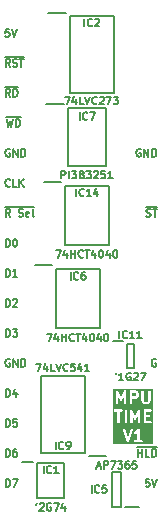
<source format=gto>
%TF.GenerationSoftware,KiCad,Pcbnew,8.0.4*%
%TF.CreationDate,2024-08-12T19:45:15+02:00*%
%TF.ProjectId,HCP65 MPU Timer,48435036-3520-44d5-9055-2054696d6572,V1*%
%TF.SameCoordinates,PX54c81a0PY37b6b20*%
%TF.FileFunction,Legend,Top*%
%TF.FilePolarity,Positive*%
%FSLAX46Y46*%
G04 Gerber Fmt 4.6, Leading zero omitted, Abs format (unit mm)*
G04 Created by KiCad (PCBNEW 8.0.4) date 2024-08-12 19:45:15*
%MOMM*%
%LPD*%
G01*
G04 APERTURE LIST*
%ADD10C,0.150000*%
%ADD11C,0.200000*%
G04 APERTURE END LIST*
D10*
X1568255Y349037D02*
X1265874Y349037D01*
X1265874Y349037D02*
X1235636Y46656D01*
X1235636Y46656D02*
X1265874Y76895D01*
X1265874Y76895D02*
X1326350Y107133D01*
X1326350Y107133D02*
X1477541Y107133D01*
X1477541Y107133D02*
X1538017Y76895D01*
X1538017Y76895D02*
X1568255Y46656D01*
X1568255Y46656D02*
X1598493Y-13820D01*
X1598493Y-13820D02*
X1598493Y-165010D01*
X1598493Y-165010D02*
X1568255Y-225486D01*
X1568255Y-225486D02*
X1538017Y-255725D01*
X1538017Y-255725D02*
X1477541Y-285963D01*
X1477541Y-285963D02*
X1326350Y-285963D01*
X1326350Y-285963D02*
X1265874Y-255725D01*
X1265874Y-255725D02*
X1235636Y-225486D01*
X1779922Y349037D02*
X1991588Y-285963D01*
X1991588Y-285963D02*
X2203255Y349037D01*
X1265874Y-20605963D02*
X1265874Y-19970963D01*
X1265874Y-19970963D02*
X1417064Y-19970963D01*
X1417064Y-19970963D02*
X1507779Y-20001201D01*
X1507779Y-20001201D02*
X1568255Y-20061677D01*
X1568255Y-20061677D02*
X1598493Y-20122153D01*
X1598493Y-20122153D02*
X1628731Y-20243105D01*
X1628731Y-20243105D02*
X1628731Y-20333820D01*
X1628731Y-20333820D02*
X1598493Y-20454772D01*
X1598493Y-20454772D02*
X1568255Y-20515248D01*
X1568255Y-20515248D02*
X1507779Y-20575725D01*
X1507779Y-20575725D02*
X1417064Y-20605963D01*
X1417064Y-20605963D02*
X1265874Y-20605963D01*
X2233493Y-20605963D02*
X1870636Y-20605963D01*
X2052064Y-20605963D02*
X2052064Y-19970963D01*
X2052064Y-19970963D02*
X1991588Y-20061677D01*
X1991588Y-20061677D02*
X1931112Y-20122153D01*
X1931112Y-20122153D02*
X1870636Y-20152391D01*
X13429839Y-37750963D02*
X13127458Y-37750963D01*
X13127458Y-37750963D02*
X13097220Y-38053344D01*
X13097220Y-38053344D02*
X13127458Y-38023105D01*
X13127458Y-38023105D02*
X13187934Y-37992867D01*
X13187934Y-37992867D02*
X13339125Y-37992867D01*
X13339125Y-37992867D02*
X13399601Y-38023105D01*
X13399601Y-38023105D02*
X13429839Y-38053344D01*
X13429839Y-38053344D02*
X13460077Y-38113820D01*
X13460077Y-38113820D02*
X13460077Y-38265010D01*
X13460077Y-38265010D02*
X13429839Y-38325486D01*
X13429839Y-38325486D02*
X13399601Y-38355725D01*
X13399601Y-38355725D02*
X13339125Y-38385963D01*
X13339125Y-38385963D02*
X13187934Y-38385963D01*
X13187934Y-38385963D02*
X13127458Y-38355725D01*
X13127458Y-38355725D02*
X13097220Y-38325486D01*
X13641506Y-37750963D02*
X13853172Y-38385963D01*
X13853172Y-38385963D02*
X14064839Y-37750963D01*
X1265874Y-35845963D02*
X1265874Y-35210963D01*
X1265874Y-35210963D02*
X1417064Y-35210963D01*
X1417064Y-35210963D02*
X1507779Y-35241201D01*
X1507779Y-35241201D02*
X1568255Y-35301677D01*
X1568255Y-35301677D02*
X1598493Y-35362153D01*
X1598493Y-35362153D02*
X1628731Y-35483105D01*
X1628731Y-35483105D02*
X1628731Y-35573820D01*
X1628731Y-35573820D02*
X1598493Y-35694772D01*
X1598493Y-35694772D02*
X1568255Y-35755248D01*
X1568255Y-35755248D02*
X1507779Y-35815725D01*
X1507779Y-35815725D02*
X1417064Y-35845963D01*
X1417064Y-35845963D02*
X1265874Y-35845963D01*
X2173017Y-35210963D02*
X2052064Y-35210963D01*
X2052064Y-35210963D02*
X1991588Y-35241201D01*
X1991588Y-35241201D02*
X1961350Y-35271439D01*
X1961350Y-35271439D02*
X1900874Y-35362153D01*
X1900874Y-35362153D02*
X1870636Y-35483105D01*
X1870636Y-35483105D02*
X1870636Y-35725010D01*
X1870636Y-35725010D02*
X1900874Y-35785486D01*
X1900874Y-35785486D02*
X1931112Y-35815725D01*
X1931112Y-35815725D02*
X1991588Y-35845963D01*
X1991588Y-35845963D02*
X2112541Y-35845963D01*
X2112541Y-35845963D02*
X2173017Y-35815725D01*
X2173017Y-35815725D02*
X2203255Y-35785486D01*
X2203255Y-35785486D02*
X2233493Y-35725010D01*
X2233493Y-35725010D02*
X2233493Y-35573820D01*
X2233493Y-35573820D02*
X2203255Y-35513344D01*
X2203255Y-35513344D02*
X2173017Y-35483105D01*
X2173017Y-35483105D02*
X2112541Y-35452867D01*
X2112541Y-35452867D02*
X1991588Y-35452867D01*
X1991588Y-35452867D02*
X1931112Y-35483105D01*
X1931112Y-35483105D02*
X1900874Y-35513344D01*
X1900874Y-35513344D02*
X1870636Y-35573820D01*
X12462220Y-35845963D02*
X12462220Y-35210963D01*
X12462220Y-35513344D02*
X12825077Y-35513344D01*
X12825077Y-35845963D02*
X12825077Y-35210963D01*
X13429839Y-35845963D02*
X13127458Y-35845963D01*
X13127458Y-35845963D02*
X13127458Y-35210963D01*
X13641506Y-35845963D02*
X13641506Y-35210963D01*
X13641506Y-35210963D02*
X13792696Y-35210963D01*
X13792696Y-35210963D02*
X13883411Y-35241201D01*
X13883411Y-35241201D02*
X13943887Y-35301677D01*
X13943887Y-35301677D02*
X13974125Y-35362153D01*
X13974125Y-35362153D02*
X14004363Y-35483105D01*
X14004363Y-35483105D02*
X14004363Y-35573820D01*
X14004363Y-35573820D02*
X13974125Y-35694772D01*
X13974125Y-35694772D02*
X13943887Y-35755248D01*
X13943887Y-35755248D02*
X13883411Y-35815725D01*
X13883411Y-35815725D02*
X13792696Y-35845963D01*
X13792696Y-35845963D02*
X13641506Y-35845963D01*
X12374530Y-35034675D02*
X14061816Y-35034675D01*
X12673887Y-9841201D02*
X12613411Y-9810963D01*
X12613411Y-9810963D02*
X12522697Y-9810963D01*
X12522697Y-9810963D02*
X12431982Y-9841201D01*
X12431982Y-9841201D02*
X12371506Y-9901677D01*
X12371506Y-9901677D02*
X12341268Y-9962153D01*
X12341268Y-9962153D02*
X12311030Y-10083105D01*
X12311030Y-10083105D02*
X12311030Y-10173820D01*
X12311030Y-10173820D02*
X12341268Y-10294772D01*
X12341268Y-10294772D02*
X12371506Y-10355248D01*
X12371506Y-10355248D02*
X12431982Y-10415725D01*
X12431982Y-10415725D02*
X12522697Y-10445963D01*
X12522697Y-10445963D02*
X12583173Y-10445963D01*
X12583173Y-10445963D02*
X12673887Y-10415725D01*
X12673887Y-10415725D02*
X12704125Y-10385486D01*
X12704125Y-10385486D02*
X12704125Y-10173820D01*
X12704125Y-10173820D02*
X12583173Y-10173820D01*
X12976268Y-10445963D02*
X12976268Y-9810963D01*
X12976268Y-9810963D02*
X13339125Y-10445963D01*
X13339125Y-10445963D02*
X13339125Y-9810963D01*
X13641506Y-10445963D02*
X13641506Y-9810963D01*
X13641506Y-9810963D02*
X13792696Y-9810963D01*
X13792696Y-9810963D02*
X13883411Y-9841201D01*
X13883411Y-9841201D02*
X13943887Y-9901677D01*
X13943887Y-9901677D02*
X13974125Y-9962153D01*
X13974125Y-9962153D02*
X14004363Y-10083105D01*
X14004363Y-10083105D02*
X14004363Y-10173820D01*
X14004363Y-10173820D02*
X13974125Y-10294772D01*
X13974125Y-10294772D02*
X13943887Y-10355248D01*
X13943887Y-10355248D02*
X13883411Y-10415725D01*
X13883411Y-10415725D02*
X13792696Y-10445963D01*
X13792696Y-10445963D02*
X13641506Y-10445963D01*
X1598493Y-27621201D02*
X1538017Y-27590963D01*
X1538017Y-27590963D02*
X1447303Y-27590963D01*
X1447303Y-27590963D02*
X1356588Y-27621201D01*
X1356588Y-27621201D02*
X1296112Y-27681677D01*
X1296112Y-27681677D02*
X1265874Y-27742153D01*
X1265874Y-27742153D02*
X1235636Y-27863105D01*
X1235636Y-27863105D02*
X1235636Y-27953820D01*
X1235636Y-27953820D02*
X1265874Y-28074772D01*
X1265874Y-28074772D02*
X1296112Y-28135248D01*
X1296112Y-28135248D02*
X1356588Y-28195725D01*
X1356588Y-28195725D02*
X1447303Y-28225963D01*
X1447303Y-28225963D02*
X1507779Y-28225963D01*
X1507779Y-28225963D02*
X1598493Y-28195725D01*
X1598493Y-28195725D02*
X1628731Y-28165486D01*
X1628731Y-28165486D02*
X1628731Y-27953820D01*
X1628731Y-27953820D02*
X1507779Y-27953820D01*
X1900874Y-28225963D02*
X1900874Y-27590963D01*
X1900874Y-27590963D02*
X2263731Y-28225963D01*
X2263731Y-28225963D02*
X2263731Y-27590963D01*
X2566112Y-28225963D02*
X2566112Y-27590963D01*
X2566112Y-27590963D02*
X2717302Y-27590963D01*
X2717302Y-27590963D02*
X2808017Y-27621201D01*
X2808017Y-27621201D02*
X2868493Y-27681677D01*
X2868493Y-27681677D02*
X2898731Y-27742153D01*
X2898731Y-27742153D02*
X2928969Y-27863105D01*
X2928969Y-27863105D02*
X2928969Y-27953820D01*
X2928969Y-27953820D02*
X2898731Y-28074772D01*
X2898731Y-28074772D02*
X2868493Y-28135248D01*
X2868493Y-28135248D02*
X2808017Y-28195725D01*
X2808017Y-28195725D02*
X2717302Y-28225963D01*
X2717302Y-28225963D02*
X2566112Y-28225963D01*
X1265874Y-30765963D02*
X1265874Y-30130963D01*
X1265874Y-30130963D02*
X1417064Y-30130963D01*
X1417064Y-30130963D02*
X1507779Y-30161201D01*
X1507779Y-30161201D02*
X1568255Y-30221677D01*
X1568255Y-30221677D02*
X1598493Y-30282153D01*
X1598493Y-30282153D02*
X1628731Y-30403105D01*
X1628731Y-30403105D02*
X1628731Y-30493820D01*
X1628731Y-30493820D02*
X1598493Y-30614772D01*
X1598493Y-30614772D02*
X1568255Y-30675248D01*
X1568255Y-30675248D02*
X1507779Y-30735725D01*
X1507779Y-30735725D02*
X1417064Y-30765963D01*
X1417064Y-30765963D02*
X1265874Y-30765963D01*
X2173017Y-30342629D02*
X2173017Y-30765963D01*
X2021826Y-30100725D02*
X1870636Y-30554296D01*
X1870636Y-30554296D02*
X2263731Y-30554296D01*
X1265874Y-18065963D02*
X1265874Y-17430963D01*
X1265874Y-17430963D02*
X1417064Y-17430963D01*
X1417064Y-17430963D02*
X1507779Y-17461201D01*
X1507779Y-17461201D02*
X1568255Y-17521677D01*
X1568255Y-17521677D02*
X1598493Y-17582153D01*
X1598493Y-17582153D02*
X1628731Y-17703105D01*
X1628731Y-17703105D02*
X1628731Y-17793820D01*
X1628731Y-17793820D02*
X1598493Y-17914772D01*
X1598493Y-17914772D02*
X1568255Y-17975248D01*
X1568255Y-17975248D02*
X1507779Y-18035725D01*
X1507779Y-18035725D02*
X1417064Y-18065963D01*
X1417064Y-18065963D02*
X1265874Y-18065963D01*
X2021826Y-17430963D02*
X2082303Y-17430963D01*
X2082303Y-17430963D02*
X2142779Y-17461201D01*
X2142779Y-17461201D02*
X2173017Y-17491439D01*
X2173017Y-17491439D02*
X2203255Y-17551915D01*
X2203255Y-17551915D02*
X2233493Y-17672867D01*
X2233493Y-17672867D02*
X2233493Y-17824058D01*
X2233493Y-17824058D02*
X2203255Y-17945010D01*
X2203255Y-17945010D02*
X2173017Y-18005486D01*
X2173017Y-18005486D02*
X2142779Y-18035725D01*
X2142779Y-18035725D02*
X2082303Y-18065963D01*
X2082303Y-18065963D02*
X2021826Y-18065963D01*
X2021826Y-18065963D02*
X1961350Y-18035725D01*
X1961350Y-18035725D02*
X1931112Y-18005486D01*
X1931112Y-18005486D02*
X1900874Y-17945010D01*
X1900874Y-17945010D02*
X1870636Y-17824058D01*
X1870636Y-17824058D02*
X1870636Y-17672867D01*
X1870636Y-17672867D02*
X1900874Y-17551915D01*
X1900874Y-17551915D02*
X1931112Y-17491439D01*
X1931112Y-17491439D02*
X1961350Y-17461201D01*
X1961350Y-17461201D02*
X2021826Y-17430963D01*
X1265874Y-38385963D02*
X1265874Y-37750963D01*
X1265874Y-37750963D02*
X1417064Y-37750963D01*
X1417064Y-37750963D02*
X1507779Y-37781201D01*
X1507779Y-37781201D02*
X1568255Y-37841677D01*
X1568255Y-37841677D02*
X1598493Y-37902153D01*
X1598493Y-37902153D02*
X1628731Y-38023105D01*
X1628731Y-38023105D02*
X1628731Y-38113820D01*
X1628731Y-38113820D02*
X1598493Y-38234772D01*
X1598493Y-38234772D02*
X1568255Y-38295248D01*
X1568255Y-38295248D02*
X1507779Y-38355725D01*
X1507779Y-38355725D02*
X1417064Y-38385963D01*
X1417064Y-38385963D02*
X1265874Y-38385963D01*
X1840398Y-37750963D02*
X2263731Y-37750963D01*
X2263731Y-37750963D02*
X1991588Y-38385963D01*
X1265874Y-33305963D02*
X1265874Y-32670963D01*
X1265874Y-32670963D02*
X1417064Y-32670963D01*
X1417064Y-32670963D02*
X1507779Y-32701201D01*
X1507779Y-32701201D02*
X1568255Y-32761677D01*
X1568255Y-32761677D02*
X1598493Y-32822153D01*
X1598493Y-32822153D02*
X1628731Y-32943105D01*
X1628731Y-32943105D02*
X1628731Y-33033820D01*
X1628731Y-33033820D02*
X1598493Y-33154772D01*
X1598493Y-33154772D02*
X1568255Y-33215248D01*
X1568255Y-33215248D02*
X1507779Y-33275725D01*
X1507779Y-33275725D02*
X1417064Y-33305963D01*
X1417064Y-33305963D02*
X1265874Y-33305963D01*
X2203255Y-32670963D02*
X1900874Y-32670963D01*
X1900874Y-32670963D02*
X1870636Y-32973344D01*
X1870636Y-32973344D02*
X1900874Y-32943105D01*
X1900874Y-32943105D02*
X1961350Y-32912867D01*
X1961350Y-32912867D02*
X2112541Y-32912867D01*
X2112541Y-32912867D02*
X2173017Y-32943105D01*
X2173017Y-32943105D02*
X2203255Y-32973344D01*
X2203255Y-32973344D02*
X2233493Y-33033820D01*
X2233493Y-33033820D02*
X2233493Y-33185010D01*
X2233493Y-33185010D02*
X2203255Y-33245486D01*
X2203255Y-33245486D02*
X2173017Y-33275725D01*
X2173017Y-33275725D02*
X2112541Y-33305963D01*
X2112541Y-33305963D02*
X1961350Y-33305963D01*
X1961350Y-33305963D02*
X1900874Y-33275725D01*
X1900874Y-33275725D02*
X1870636Y-33245486D01*
X1628731Y-12925486D02*
X1598493Y-12955725D01*
X1598493Y-12955725D02*
X1507779Y-12985963D01*
X1507779Y-12985963D02*
X1447303Y-12985963D01*
X1447303Y-12985963D02*
X1356588Y-12955725D01*
X1356588Y-12955725D02*
X1296112Y-12895248D01*
X1296112Y-12895248D02*
X1265874Y-12834772D01*
X1265874Y-12834772D02*
X1235636Y-12713820D01*
X1235636Y-12713820D02*
X1235636Y-12623105D01*
X1235636Y-12623105D02*
X1265874Y-12502153D01*
X1265874Y-12502153D02*
X1296112Y-12441677D01*
X1296112Y-12441677D02*
X1356588Y-12381201D01*
X1356588Y-12381201D02*
X1447303Y-12350963D01*
X1447303Y-12350963D02*
X1507779Y-12350963D01*
X1507779Y-12350963D02*
X1598493Y-12381201D01*
X1598493Y-12381201D02*
X1628731Y-12411439D01*
X2203255Y-12985963D02*
X1900874Y-12985963D01*
X1900874Y-12985963D02*
X1900874Y-12350963D01*
X2414922Y-12985963D02*
X2414922Y-12350963D01*
X2777779Y-12985963D02*
X2505636Y-12623105D01*
X2777779Y-12350963D02*
X2414922Y-12713820D01*
X1628731Y-5365963D02*
X1417064Y-5063582D01*
X1265874Y-5365963D02*
X1265874Y-4730963D01*
X1265874Y-4730963D02*
X1507779Y-4730963D01*
X1507779Y-4730963D02*
X1568255Y-4761201D01*
X1568255Y-4761201D02*
X1598493Y-4791439D01*
X1598493Y-4791439D02*
X1628731Y-4851915D01*
X1628731Y-4851915D02*
X1628731Y-4942629D01*
X1628731Y-4942629D02*
X1598493Y-5003105D01*
X1598493Y-5003105D02*
X1568255Y-5033344D01*
X1568255Y-5033344D02*
X1507779Y-5063582D01*
X1507779Y-5063582D02*
X1265874Y-5063582D01*
X1900874Y-5365963D02*
X1900874Y-4730963D01*
X1900874Y-4730963D02*
X2052064Y-4730963D01*
X2052064Y-4730963D02*
X2142779Y-4761201D01*
X2142779Y-4761201D02*
X2203255Y-4821677D01*
X2203255Y-4821677D02*
X2233493Y-4882153D01*
X2233493Y-4882153D02*
X2263731Y-5003105D01*
X2263731Y-5003105D02*
X2263731Y-5093820D01*
X2263731Y-5093820D02*
X2233493Y-5214772D01*
X2233493Y-5214772D02*
X2203255Y-5275248D01*
X2203255Y-5275248D02*
X2142779Y-5335725D01*
X2142779Y-5335725D02*
X2052064Y-5365963D01*
X2052064Y-5365963D02*
X1900874Y-5365963D01*
X1178184Y-4554675D02*
X2321184Y-4554675D01*
X1265874Y-25685963D02*
X1265874Y-25050963D01*
X1265874Y-25050963D02*
X1417064Y-25050963D01*
X1417064Y-25050963D02*
X1507779Y-25081201D01*
X1507779Y-25081201D02*
X1568255Y-25141677D01*
X1568255Y-25141677D02*
X1598493Y-25202153D01*
X1598493Y-25202153D02*
X1628731Y-25323105D01*
X1628731Y-25323105D02*
X1628731Y-25413820D01*
X1628731Y-25413820D02*
X1598493Y-25534772D01*
X1598493Y-25534772D02*
X1568255Y-25595248D01*
X1568255Y-25595248D02*
X1507779Y-25655725D01*
X1507779Y-25655725D02*
X1417064Y-25685963D01*
X1417064Y-25685963D02*
X1265874Y-25685963D01*
X1840398Y-25050963D02*
X2233493Y-25050963D01*
X2233493Y-25050963D02*
X2021826Y-25292867D01*
X2021826Y-25292867D02*
X2112541Y-25292867D01*
X2112541Y-25292867D02*
X2173017Y-25323105D01*
X2173017Y-25323105D02*
X2203255Y-25353344D01*
X2203255Y-25353344D02*
X2233493Y-25413820D01*
X2233493Y-25413820D02*
X2233493Y-25565010D01*
X2233493Y-25565010D02*
X2203255Y-25625486D01*
X2203255Y-25625486D02*
X2173017Y-25655725D01*
X2173017Y-25655725D02*
X2112541Y-25685963D01*
X2112541Y-25685963D02*
X1931112Y-25685963D01*
X1931112Y-25685963D02*
X1870636Y-25655725D01*
X1870636Y-25655725D02*
X1840398Y-25625486D01*
X1265874Y-23145963D02*
X1265874Y-22510963D01*
X1265874Y-22510963D02*
X1417064Y-22510963D01*
X1417064Y-22510963D02*
X1507779Y-22541201D01*
X1507779Y-22541201D02*
X1568255Y-22601677D01*
X1568255Y-22601677D02*
X1598493Y-22662153D01*
X1598493Y-22662153D02*
X1628731Y-22783105D01*
X1628731Y-22783105D02*
X1628731Y-22873820D01*
X1628731Y-22873820D02*
X1598493Y-22994772D01*
X1598493Y-22994772D02*
X1568255Y-23055248D01*
X1568255Y-23055248D02*
X1507779Y-23115725D01*
X1507779Y-23115725D02*
X1417064Y-23145963D01*
X1417064Y-23145963D02*
X1265874Y-23145963D01*
X1870636Y-22571439D02*
X1900874Y-22541201D01*
X1900874Y-22541201D02*
X1961350Y-22510963D01*
X1961350Y-22510963D02*
X2112541Y-22510963D01*
X2112541Y-22510963D02*
X2173017Y-22541201D01*
X2173017Y-22541201D02*
X2203255Y-22571439D01*
X2203255Y-22571439D02*
X2233493Y-22631915D01*
X2233493Y-22631915D02*
X2233493Y-22692391D01*
X2233493Y-22692391D02*
X2203255Y-22783105D01*
X2203255Y-22783105D02*
X1840398Y-23145963D01*
X1840398Y-23145963D02*
X2233493Y-23145963D01*
X1628731Y-2825963D02*
X1417064Y-2523582D01*
X1265874Y-2825963D02*
X1265874Y-2190963D01*
X1265874Y-2190963D02*
X1507779Y-2190963D01*
X1507779Y-2190963D02*
X1568255Y-2221201D01*
X1568255Y-2221201D02*
X1598493Y-2251439D01*
X1598493Y-2251439D02*
X1628731Y-2311915D01*
X1628731Y-2311915D02*
X1628731Y-2402629D01*
X1628731Y-2402629D02*
X1598493Y-2463105D01*
X1598493Y-2463105D02*
X1568255Y-2493344D01*
X1568255Y-2493344D02*
X1507779Y-2523582D01*
X1507779Y-2523582D02*
X1265874Y-2523582D01*
X1870636Y-2795725D02*
X1961350Y-2825963D01*
X1961350Y-2825963D02*
X2112541Y-2825963D01*
X2112541Y-2825963D02*
X2173017Y-2795725D01*
X2173017Y-2795725D02*
X2203255Y-2765486D01*
X2203255Y-2765486D02*
X2233493Y-2705010D01*
X2233493Y-2705010D02*
X2233493Y-2644534D01*
X2233493Y-2644534D02*
X2203255Y-2584058D01*
X2203255Y-2584058D02*
X2173017Y-2553820D01*
X2173017Y-2553820D02*
X2112541Y-2523582D01*
X2112541Y-2523582D02*
X1991588Y-2493344D01*
X1991588Y-2493344D02*
X1931112Y-2463105D01*
X1931112Y-2463105D02*
X1900874Y-2432867D01*
X1900874Y-2432867D02*
X1870636Y-2372391D01*
X1870636Y-2372391D02*
X1870636Y-2311915D01*
X1870636Y-2311915D02*
X1900874Y-2251439D01*
X1900874Y-2251439D02*
X1931112Y-2221201D01*
X1931112Y-2221201D02*
X1991588Y-2190963D01*
X1991588Y-2190963D02*
X2142779Y-2190963D01*
X2142779Y-2190963D02*
X2233493Y-2221201D01*
X2414922Y-2190963D02*
X2777779Y-2190963D01*
X2596350Y-2825963D02*
X2596350Y-2190963D01*
X1178184Y-2014675D02*
X2774756Y-2014675D01*
X1628731Y-15525963D02*
X1417064Y-15223582D01*
X1265874Y-15525963D02*
X1265874Y-14890963D01*
X1265874Y-14890963D02*
X1507779Y-14890963D01*
X1507779Y-14890963D02*
X1568255Y-14921201D01*
X1568255Y-14921201D02*
X1598493Y-14951439D01*
X1598493Y-14951439D02*
X1628731Y-15011915D01*
X1628731Y-15011915D02*
X1628731Y-15102629D01*
X1628731Y-15102629D02*
X1598493Y-15163105D01*
X1598493Y-15163105D02*
X1568255Y-15193344D01*
X1568255Y-15193344D02*
X1507779Y-15223582D01*
X1507779Y-15223582D02*
X1265874Y-15223582D01*
X2354446Y-15495725D02*
X2445160Y-15525963D01*
X2445160Y-15525963D02*
X2596351Y-15525963D01*
X2596351Y-15525963D02*
X2656827Y-15495725D01*
X2656827Y-15495725D02*
X2687065Y-15465486D01*
X2687065Y-15465486D02*
X2717303Y-15405010D01*
X2717303Y-15405010D02*
X2717303Y-15344534D01*
X2717303Y-15344534D02*
X2687065Y-15284058D01*
X2687065Y-15284058D02*
X2656827Y-15253820D01*
X2656827Y-15253820D02*
X2596351Y-15223582D01*
X2596351Y-15223582D02*
X2475398Y-15193344D01*
X2475398Y-15193344D02*
X2414922Y-15163105D01*
X2414922Y-15163105D02*
X2384684Y-15132867D01*
X2384684Y-15132867D02*
X2354446Y-15072391D01*
X2354446Y-15072391D02*
X2354446Y-15011915D01*
X2354446Y-15011915D02*
X2384684Y-14951439D01*
X2384684Y-14951439D02*
X2414922Y-14921201D01*
X2414922Y-14921201D02*
X2475398Y-14890963D01*
X2475398Y-14890963D02*
X2626589Y-14890963D01*
X2626589Y-14890963D02*
X2717303Y-14921201D01*
X3231351Y-15495725D02*
X3170875Y-15525963D01*
X3170875Y-15525963D02*
X3049922Y-15525963D01*
X3049922Y-15525963D02*
X2989446Y-15495725D01*
X2989446Y-15495725D02*
X2959208Y-15435248D01*
X2959208Y-15435248D02*
X2959208Y-15193344D01*
X2959208Y-15193344D02*
X2989446Y-15132867D01*
X2989446Y-15132867D02*
X3049922Y-15102629D01*
X3049922Y-15102629D02*
X3170875Y-15102629D01*
X3170875Y-15102629D02*
X3231351Y-15132867D01*
X3231351Y-15132867D02*
X3261589Y-15193344D01*
X3261589Y-15193344D02*
X3261589Y-15253820D01*
X3261589Y-15253820D02*
X2959208Y-15314296D01*
X3624446Y-15525963D02*
X3563970Y-15495725D01*
X3563970Y-15495725D02*
X3533732Y-15435248D01*
X3533732Y-15435248D02*
X3533732Y-14890963D01*
X1178184Y-14714675D02*
X3651661Y-14714675D01*
D11*
G36*
X12267668Y-30448136D02*
G01*
X12292337Y-30472804D01*
X12322142Y-30532414D01*
X12322142Y-30628057D01*
X12292337Y-30687666D01*
X12267668Y-30712334D01*
X12208059Y-30742140D01*
X11950714Y-30742140D01*
X11950714Y-30418331D01*
X12208059Y-30418331D01*
X12267668Y-30448136D01*
G37*
G36*
X13726570Y-34749330D02*
G01*
X10308191Y-34749330D01*
X10308191Y-33550726D01*
X11156261Y-33550726D01*
X11160608Y-33569842D01*
X11493941Y-34569841D01*
X11501932Y-34587742D01*
X11506615Y-34593141D01*
X11509810Y-34599531D01*
X11519281Y-34607746D01*
X11527497Y-34617218D01*
X11533885Y-34620412D01*
X11539286Y-34625096D01*
X11551187Y-34629063D01*
X11562396Y-34634667D01*
X11569520Y-34635173D01*
X11576302Y-34637434D01*
X11588811Y-34636544D01*
X11601316Y-34637434D01*
X11608094Y-34635174D01*
X11615222Y-34634668D01*
X11626438Y-34629059D01*
X11638332Y-34625095D01*
X11643729Y-34620414D01*
X11650121Y-34617218D01*
X11658339Y-34607742D01*
X11667808Y-34599530D01*
X11671001Y-34593143D01*
X11675686Y-34587742D01*
X11683677Y-34569842D01*
X11936482Y-33811426D01*
X12108642Y-33811426D01*
X12111408Y-33850346D01*
X12128857Y-33885245D01*
X12158334Y-33910809D01*
X12195350Y-33923148D01*
X12234270Y-33920382D01*
X12252578Y-33913376D01*
X12347816Y-33865757D01*
X12356212Y-33860471D01*
X12358652Y-33859461D01*
X12361398Y-33857207D01*
X12364406Y-33855314D01*
X12366135Y-33853319D01*
X12373806Y-33847025D01*
X12393571Y-33827260D01*
X12393571Y-34438219D01*
X12207857Y-34438219D01*
X12188348Y-34440140D01*
X12152300Y-34455072D01*
X12124710Y-34482662D01*
X12109778Y-34518710D01*
X12109778Y-34557728D01*
X12124710Y-34593776D01*
X12152300Y-34621366D01*
X12188348Y-34636298D01*
X12207857Y-34638219D01*
X12779285Y-34638219D01*
X12798794Y-34636298D01*
X12834842Y-34621366D01*
X12862432Y-34593776D01*
X12877364Y-34557728D01*
X12877364Y-34518710D01*
X12862432Y-34482662D01*
X12834842Y-34455072D01*
X12798794Y-34440140D01*
X12779285Y-34438219D01*
X12593571Y-34438219D01*
X12593571Y-33538219D01*
X12593564Y-33538148D01*
X12593571Y-33538114D01*
X12593550Y-33538012D01*
X12591650Y-33518710D01*
X12587860Y-33509561D01*
X12585919Y-33499854D01*
X12580467Y-33491713D01*
X12576718Y-33482662D01*
X12569718Y-33475662D01*
X12564208Y-33467434D01*
X12556053Y-33461997D01*
X12549128Y-33455072D01*
X12539984Y-33451284D01*
X12531743Y-33445790D01*
X12522129Y-33443888D01*
X12513080Y-33440140D01*
X12503179Y-33440140D01*
X12493467Y-33438219D01*
X12483862Y-33440140D01*
X12474062Y-33440140D01*
X12464913Y-33443929D01*
X12455206Y-33445871D01*
X12447065Y-33451322D01*
X12438014Y-33455072D01*
X12431014Y-33462071D01*
X12422786Y-33467582D01*
X12410497Y-33482588D01*
X12410424Y-33482662D01*
X12410410Y-33482694D01*
X12410366Y-33482749D01*
X12320622Y-33617365D01*
X12243858Y-33694128D01*
X12163136Y-33734490D01*
X12146545Y-33744933D01*
X12120981Y-33774410D01*
X12108642Y-33811426D01*
X11936482Y-33811426D01*
X12017010Y-33569842D01*
X12021357Y-33550727D01*
X12018591Y-33511807D01*
X12001141Y-33476908D01*
X11971665Y-33451343D01*
X11934649Y-33439004D01*
X11895729Y-33441771D01*
X11860830Y-33459220D01*
X11835265Y-33488696D01*
X11827274Y-33506597D01*
X11588809Y-34221991D01*
X11350344Y-33506596D01*
X11342353Y-33488696D01*
X11316788Y-33459220D01*
X11281889Y-33441770D01*
X11242969Y-33439004D01*
X11205953Y-33451342D01*
X11176477Y-33476907D01*
X11159027Y-33511806D01*
X11156261Y-33550726D01*
X10308191Y-33550726D01*
X10308191Y-31908766D01*
X10419302Y-31908766D01*
X10419302Y-31947784D01*
X10434234Y-31983832D01*
X10461824Y-32011422D01*
X10497872Y-32026354D01*
X10517381Y-32028275D01*
X10703095Y-32028275D01*
X10703095Y-32928275D01*
X10705016Y-32947784D01*
X10719948Y-32983832D01*
X10747538Y-33011422D01*
X10783586Y-33026354D01*
X10822604Y-33026354D01*
X10858652Y-33011422D01*
X10886242Y-32983832D01*
X10901174Y-32947784D01*
X10903095Y-32928275D01*
X10903095Y-32028275D01*
X11088809Y-32028275D01*
X11108318Y-32026354D01*
X11144366Y-32011422D01*
X11171956Y-31983832D01*
X11186888Y-31947784D01*
X11186888Y-31928275D01*
X11322143Y-31928275D01*
X11322143Y-32928275D01*
X11324064Y-32947784D01*
X11338996Y-32983832D01*
X11366586Y-33011422D01*
X11402634Y-33026354D01*
X11441652Y-33026354D01*
X11477700Y-33011422D01*
X11505290Y-32983832D01*
X11520222Y-32947784D01*
X11522143Y-32928275D01*
X11522143Y-31928275D01*
X11798333Y-31928275D01*
X11798333Y-32928275D01*
X11800254Y-32947784D01*
X11815186Y-32983832D01*
X11842776Y-33011422D01*
X11878824Y-33026354D01*
X11917842Y-33026354D01*
X11953890Y-33011422D01*
X11981480Y-32983832D01*
X11996412Y-32947784D01*
X11998333Y-32928275D01*
X11998333Y-32379031D01*
X12141048Y-32684849D01*
X12145280Y-32691994D01*
X12146160Y-32694412D01*
X12147725Y-32696121D01*
X12151039Y-32701715D01*
X12162249Y-32711981D01*
X12172511Y-32723187D01*
X12176536Y-32725065D01*
X12179814Y-32728067D01*
X12194096Y-32733260D01*
X12207869Y-32739688D01*
X12212308Y-32739883D01*
X12216483Y-32741401D01*
X12231666Y-32740733D01*
X12246849Y-32741401D01*
X12251022Y-32739883D01*
X12255464Y-32739688D01*
X12269248Y-32733255D01*
X12283518Y-32728066D01*
X12286791Y-32725068D01*
X12290821Y-32723188D01*
X12301090Y-32711973D01*
X12312293Y-32701715D01*
X12315604Y-32696124D01*
X12317173Y-32694412D01*
X12318053Y-32691990D01*
X12322284Y-32684849D01*
X12464999Y-32379030D01*
X12464999Y-32928275D01*
X12466920Y-32947784D01*
X12481852Y-32983832D01*
X12509442Y-33011422D01*
X12545490Y-33026354D01*
X12584508Y-33026354D01*
X12620556Y-33011422D01*
X12648146Y-32983832D01*
X12663078Y-32947784D01*
X12664999Y-32928275D01*
X12664999Y-31928275D01*
X12941190Y-31928275D01*
X12941190Y-32928275D01*
X12943111Y-32947784D01*
X12958043Y-32983832D01*
X12985633Y-33011422D01*
X13021681Y-33026354D01*
X13041190Y-33028275D01*
X13517380Y-33028275D01*
X13536889Y-33026354D01*
X13572937Y-33011422D01*
X13600527Y-32983832D01*
X13615459Y-32947784D01*
X13615459Y-32908766D01*
X13600527Y-32872718D01*
X13572937Y-32845128D01*
X13536889Y-32830196D01*
X13517380Y-32828275D01*
X13141190Y-32828275D01*
X13141190Y-32504465D01*
X13374523Y-32504465D01*
X13394032Y-32502544D01*
X13430080Y-32487612D01*
X13457670Y-32460022D01*
X13472602Y-32423974D01*
X13472602Y-32384956D01*
X13457670Y-32348908D01*
X13430080Y-32321318D01*
X13394032Y-32306386D01*
X13374523Y-32304465D01*
X13141190Y-32304465D01*
X13141190Y-32028275D01*
X13517380Y-32028275D01*
X13536889Y-32026354D01*
X13572937Y-32011422D01*
X13600527Y-31983832D01*
X13615459Y-31947784D01*
X13615459Y-31908766D01*
X13600527Y-31872718D01*
X13572937Y-31845128D01*
X13536889Y-31830196D01*
X13517380Y-31828275D01*
X13041190Y-31828275D01*
X13021681Y-31830196D01*
X12985633Y-31845128D01*
X12958043Y-31872718D01*
X12943111Y-31908766D01*
X12941190Y-31928275D01*
X12664999Y-31928275D01*
X12663736Y-31915451D01*
X12663840Y-31913092D01*
X12663379Y-31911824D01*
X12663078Y-31908766D01*
X12656437Y-31892735D01*
X12650506Y-31876423D01*
X12648999Y-31874777D01*
X12648146Y-31872718D01*
X12635884Y-31860456D01*
X12624154Y-31847647D01*
X12622130Y-31846702D01*
X12620556Y-31845128D01*
X12604540Y-31838493D01*
X12588797Y-31831147D01*
X12586567Y-31831049D01*
X12584508Y-31830196D01*
X12567156Y-31830196D01*
X12549816Y-31829434D01*
X12547720Y-31830196D01*
X12545490Y-31830196D01*
X12529459Y-31836836D01*
X12513147Y-31842768D01*
X12511501Y-31844274D01*
X12509442Y-31845128D01*
X12497174Y-31857395D01*
X12484372Y-31869120D01*
X12482805Y-31871764D01*
X12481852Y-31872718D01*
X12480948Y-31874899D01*
X12474381Y-31885986D01*
X12231665Y-32406089D01*
X11988951Y-31885986D01*
X11982383Y-31874899D01*
X11981480Y-31872718D01*
X11980526Y-31871764D01*
X11978960Y-31869120D01*
X11966163Y-31857401D01*
X11953890Y-31845128D01*
X11951828Y-31844274D01*
X11950185Y-31842769D01*
X11933883Y-31836840D01*
X11917842Y-31830196D01*
X11915611Y-31830196D01*
X11913516Y-31829434D01*
X11896176Y-31830196D01*
X11878824Y-31830196D01*
X11876764Y-31831049D01*
X11874536Y-31831147D01*
X11858805Y-31838488D01*
X11842776Y-31845128D01*
X11841199Y-31846704D01*
X11839178Y-31847648D01*
X11827459Y-31860444D01*
X11815186Y-31872718D01*
X11814332Y-31874779D01*
X11812827Y-31876423D01*
X11806898Y-31892724D01*
X11800254Y-31908766D01*
X11799952Y-31911824D01*
X11799492Y-31913092D01*
X11799595Y-31915451D01*
X11798333Y-31928275D01*
X11522143Y-31928275D01*
X11520222Y-31908766D01*
X11505290Y-31872718D01*
X11477700Y-31845128D01*
X11441652Y-31830196D01*
X11402634Y-31830196D01*
X11366586Y-31845128D01*
X11338996Y-31872718D01*
X11324064Y-31908766D01*
X11322143Y-31928275D01*
X11186888Y-31928275D01*
X11186888Y-31908766D01*
X11171956Y-31872718D01*
X11144366Y-31845128D01*
X11108318Y-31830196D01*
X11088809Y-31828275D01*
X10517381Y-31828275D01*
X10497872Y-31830196D01*
X10461824Y-31845128D01*
X10434234Y-31872718D01*
X10419302Y-31908766D01*
X10308191Y-31908766D01*
X10308191Y-30318331D01*
X10607857Y-30318331D01*
X10607857Y-31318331D01*
X10609778Y-31337840D01*
X10624710Y-31373888D01*
X10652300Y-31401478D01*
X10688348Y-31416410D01*
X10727366Y-31416410D01*
X10763414Y-31401478D01*
X10791004Y-31373888D01*
X10805936Y-31337840D01*
X10807857Y-31318331D01*
X10807857Y-30769087D01*
X10950572Y-31074905D01*
X10954804Y-31082050D01*
X10955684Y-31084468D01*
X10957249Y-31086177D01*
X10960563Y-31091771D01*
X10971773Y-31102037D01*
X10982035Y-31113243D01*
X10986060Y-31115121D01*
X10989338Y-31118123D01*
X11003620Y-31123316D01*
X11017393Y-31129744D01*
X11021832Y-31129939D01*
X11026007Y-31131457D01*
X11041190Y-31130789D01*
X11056373Y-31131457D01*
X11060546Y-31129939D01*
X11064988Y-31129744D01*
X11078772Y-31123311D01*
X11093042Y-31118122D01*
X11096315Y-31115124D01*
X11100345Y-31113244D01*
X11110614Y-31102029D01*
X11121817Y-31091771D01*
X11125128Y-31086180D01*
X11126697Y-31084468D01*
X11127577Y-31082046D01*
X11131808Y-31074905D01*
X11274523Y-30769086D01*
X11274523Y-31318331D01*
X11276444Y-31337840D01*
X11291376Y-31373888D01*
X11318966Y-31401478D01*
X11355014Y-31416410D01*
X11394032Y-31416410D01*
X11430080Y-31401478D01*
X11457670Y-31373888D01*
X11472602Y-31337840D01*
X11474523Y-31318331D01*
X11474523Y-30318331D01*
X11750714Y-30318331D01*
X11750714Y-31318331D01*
X11752635Y-31337840D01*
X11767567Y-31373888D01*
X11795157Y-31401478D01*
X11831205Y-31416410D01*
X11870223Y-31416410D01*
X11906271Y-31401478D01*
X11933861Y-31373888D01*
X11948793Y-31337840D01*
X11950714Y-31318331D01*
X11950714Y-30942140D01*
X12231666Y-30942140D01*
X12251175Y-30940219D01*
X12254495Y-30938843D01*
X12258079Y-30938589D01*
X12276387Y-30931583D01*
X12371625Y-30883964D01*
X12380021Y-30878678D01*
X12382461Y-30877668D01*
X12385207Y-30875414D01*
X12388215Y-30873521D01*
X12389944Y-30871526D01*
X12397615Y-30865232D01*
X12445233Y-30817613D01*
X12451525Y-30809946D01*
X12453523Y-30808214D01*
X12455416Y-30805205D01*
X12457670Y-30802460D01*
X12458680Y-30800019D01*
X12463966Y-30791623D01*
X12511585Y-30696386D01*
X12518591Y-30678077D01*
X12518845Y-30674493D01*
X12520221Y-30671173D01*
X12522142Y-30651664D01*
X12522142Y-30508807D01*
X12520221Y-30489298D01*
X12518845Y-30485977D01*
X12518591Y-30482394D01*
X12511585Y-30464085D01*
X12463966Y-30368848D01*
X12458680Y-30360451D01*
X12457670Y-30358011D01*
X12455416Y-30355265D01*
X12453523Y-30352257D01*
X12451525Y-30350524D01*
X12445233Y-30342858D01*
X12420707Y-30318331D01*
X12750714Y-30318331D01*
X12750714Y-31127854D01*
X12752635Y-31147363D01*
X12754010Y-31150683D01*
X12754265Y-31154267D01*
X12761271Y-31172575D01*
X12808890Y-31267813D01*
X12814173Y-31276205D01*
X12815185Y-31278649D01*
X12817441Y-31281398D01*
X12819333Y-31284403D01*
X12821327Y-31286132D01*
X12827622Y-31293802D01*
X12875240Y-31341422D01*
X12882908Y-31347715D01*
X12884640Y-31349712D01*
X12887648Y-31351605D01*
X12890394Y-31353859D01*
X12892834Y-31354869D01*
X12901231Y-31360155D01*
X12996468Y-31407774D01*
X13014777Y-31414780D01*
X13018360Y-31415034D01*
X13021681Y-31416410D01*
X13041190Y-31418331D01*
X13231666Y-31418331D01*
X13251175Y-31416410D01*
X13254495Y-31415034D01*
X13258079Y-31414780D01*
X13276387Y-31407774D01*
X13371625Y-31360155D01*
X13380020Y-31354870D01*
X13382462Y-31353859D01*
X13385209Y-31351603D01*
X13388215Y-31349712D01*
X13389945Y-31347717D01*
X13397615Y-31341422D01*
X13445234Y-31293802D01*
X13451526Y-31286135D01*
X13453523Y-31284404D01*
X13455416Y-31281396D01*
X13457671Y-31278649D01*
X13458682Y-31276207D01*
X13463966Y-31267813D01*
X13511585Y-31172576D01*
X13518591Y-31154267D01*
X13518845Y-31150683D01*
X13520221Y-31147363D01*
X13522142Y-31127854D01*
X13522142Y-30318331D01*
X13520221Y-30298822D01*
X13505289Y-30262774D01*
X13477699Y-30235184D01*
X13441651Y-30220252D01*
X13402633Y-30220252D01*
X13366585Y-30235184D01*
X13338995Y-30262774D01*
X13324063Y-30298822D01*
X13322142Y-30318331D01*
X13322142Y-31104247D01*
X13292337Y-31163855D01*
X13267668Y-31188525D01*
X13208059Y-31218331D01*
X13064797Y-31218331D01*
X13005187Y-31188526D01*
X12980520Y-31163858D01*
X12950714Y-31104246D01*
X12950714Y-30318331D01*
X12948793Y-30298822D01*
X12933861Y-30262774D01*
X12906271Y-30235184D01*
X12870223Y-30220252D01*
X12831205Y-30220252D01*
X12795157Y-30235184D01*
X12767567Y-30262774D01*
X12752635Y-30298822D01*
X12750714Y-30318331D01*
X12420707Y-30318331D01*
X12397615Y-30295239D01*
X12389944Y-30288944D01*
X12388215Y-30286950D01*
X12385207Y-30285056D01*
X12382461Y-30282803D01*
X12380021Y-30281792D01*
X12371625Y-30276507D01*
X12276387Y-30228888D01*
X12258079Y-30221882D01*
X12254495Y-30221627D01*
X12251175Y-30220252D01*
X12231666Y-30218331D01*
X11850714Y-30218331D01*
X11831205Y-30220252D01*
X11795157Y-30235184D01*
X11767567Y-30262774D01*
X11752635Y-30298822D01*
X11750714Y-30318331D01*
X11474523Y-30318331D01*
X11473260Y-30305507D01*
X11473364Y-30303148D01*
X11472903Y-30301880D01*
X11472602Y-30298822D01*
X11465961Y-30282791D01*
X11460030Y-30266479D01*
X11458523Y-30264833D01*
X11457670Y-30262774D01*
X11445408Y-30250512D01*
X11433678Y-30237703D01*
X11431654Y-30236758D01*
X11430080Y-30235184D01*
X11414064Y-30228549D01*
X11398321Y-30221203D01*
X11396091Y-30221105D01*
X11394032Y-30220252D01*
X11376680Y-30220252D01*
X11359340Y-30219490D01*
X11357244Y-30220252D01*
X11355014Y-30220252D01*
X11338983Y-30226892D01*
X11322671Y-30232824D01*
X11321025Y-30234330D01*
X11318966Y-30235184D01*
X11306698Y-30247451D01*
X11293896Y-30259176D01*
X11292329Y-30261820D01*
X11291376Y-30262774D01*
X11290472Y-30264955D01*
X11283905Y-30276042D01*
X11041189Y-30796145D01*
X10798475Y-30276042D01*
X10791907Y-30264955D01*
X10791004Y-30262774D01*
X10790050Y-30261820D01*
X10788484Y-30259176D01*
X10775687Y-30247457D01*
X10763414Y-30235184D01*
X10761352Y-30234330D01*
X10759709Y-30232825D01*
X10743407Y-30226896D01*
X10727366Y-30220252D01*
X10725135Y-30220252D01*
X10723040Y-30219490D01*
X10705700Y-30220252D01*
X10688348Y-30220252D01*
X10686288Y-30221105D01*
X10684060Y-30221203D01*
X10668329Y-30228544D01*
X10652300Y-30235184D01*
X10650723Y-30236760D01*
X10648702Y-30237704D01*
X10636983Y-30250500D01*
X10624710Y-30262774D01*
X10623856Y-30264835D01*
X10622351Y-30266479D01*
X10616422Y-30282780D01*
X10609778Y-30298822D01*
X10609476Y-30301880D01*
X10609016Y-30303148D01*
X10609119Y-30305507D01*
X10607857Y-30318331D01*
X10308191Y-30318331D01*
X10308191Y-30107220D01*
X13726570Y-30107220D01*
X13726570Y-34749330D01*
G37*
D10*
X13974125Y-27621201D02*
X13913649Y-27590963D01*
X13913649Y-27590963D02*
X13822935Y-27590963D01*
X13822935Y-27590963D02*
X13732220Y-27621201D01*
X13732220Y-27621201D02*
X13671744Y-27681677D01*
X13671744Y-27681677D02*
X13641506Y-27742153D01*
X13641506Y-27742153D02*
X13611268Y-27863105D01*
X13611268Y-27863105D02*
X13611268Y-27953820D01*
X13611268Y-27953820D02*
X13641506Y-28074772D01*
X13641506Y-28074772D02*
X13671744Y-28135248D01*
X13671744Y-28135248D02*
X13732220Y-28195725D01*
X13732220Y-28195725D02*
X13822935Y-28225963D01*
X13822935Y-28225963D02*
X13883411Y-28225963D01*
X13883411Y-28225963D02*
X13974125Y-28195725D01*
X13974125Y-28195725D02*
X14004363Y-28165486D01*
X14004363Y-28165486D02*
X14004363Y-27953820D01*
X14004363Y-27953820D02*
X13883411Y-27953820D01*
X1332398Y-7270963D02*
X1483588Y-7905963D01*
X1483588Y-7905963D02*
X1604541Y-7452391D01*
X1604541Y-7452391D02*
X1725493Y-7905963D01*
X1725493Y-7905963D02*
X1876684Y-7270963D01*
X2118588Y-7905963D02*
X2118588Y-7270963D01*
X2118588Y-7270963D02*
X2269778Y-7270963D01*
X2269778Y-7270963D02*
X2360493Y-7301201D01*
X2360493Y-7301201D02*
X2420969Y-7361677D01*
X2420969Y-7361677D02*
X2451207Y-7422153D01*
X2451207Y-7422153D02*
X2481445Y-7543105D01*
X2481445Y-7543105D02*
X2481445Y-7633820D01*
X2481445Y-7633820D02*
X2451207Y-7754772D01*
X2451207Y-7754772D02*
X2420969Y-7815248D01*
X2420969Y-7815248D02*
X2360493Y-7875725D01*
X2360493Y-7875725D02*
X2269778Y-7905963D01*
X2269778Y-7905963D02*
X2118588Y-7905963D01*
X1305184Y-7094675D02*
X2538898Y-7094675D01*
X13157696Y-15495725D02*
X13248410Y-15525963D01*
X13248410Y-15525963D02*
X13399601Y-15525963D01*
X13399601Y-15525963D02*
X13460077Y-15495725D01*
X13460077Y-15495725D02*
X13490315Y-15465486D01*
X13490315Y-15465486D02*
X13520553Y-15405010D01*
X13520553Y-15405010D02*
X13520553Y-15344534D01*
X13520553Y-15344534D02*
X13490315Y-15284058D01*
X13490315Y-15284058D02*
X13460077Y-15253820D01*
X13460077Y-15253820D02*
X13399601Y-15223582D01*
X13399601Y-15223582D02*
X13278648Y-15193344D01*
X13278648Y-15193344D02*
X13218172Y-15163105D01*
X13218172Y-15163105D02*
X13187934Y-15132867D01*
X13187934Y-15132867D02*
X13157696Y-15072391D01*
X13157696Y-15072391D02*
X13157696Y-15011915D01*
X13157696Y-15011915D02*
X13187934Y-14951439D01*
X13187934Y-14951439D02*
X13218172Y-14921201D01*
X13218172Y-14921201D02*
X13278648Y-14890963D01*
X13278648Y-14890963D02*
X13429839Y-14890963D01*
X13429839Y-14890963D02*
X13520553Y-14921201D01*
X13701982Y-14890963D02*
X14064839Y-14890963D01*
X13883410Y-15525963D02*
X13883410Y-14890963D01*
X13100244Y-14714675D02*
X14061816Y-14714675D01*
X1598493Y-9841201D02*
X1538017Y-9810963D01*
X1538017Y-9810963D02*
X1447303Y-9810963D01*
X1447303Y-9810963D02*
X1356588Y-9841201D01*
X1356588Y-9841201D02*
X1296112Y-9901677D01*
X1296112Y-9901677D02*
X1265874Y-9962153D01*
X1265874Y-9962153D02*
X1235636Y-10083105D01*
X1235636Y-10083105D02*
X1235636Y-10173820D01*
X1235636Y-10173820D02*
X1265874Y-10294772D01*
X1265874Y-10294772D02*
X1296112Y-10355248D01*
X1296112Y-10355248D02*
X1356588Y-10415725D01*
X1356588Y-10415725D02*
X1447303Y-10445963D01*
X1447303Y-10445963D02*
X1507779Y-10445963D01*
X1507779Y-10445963D02*
X1598493Y-10415725D01*
X1598493Y-10415725D02*
X1628731Y-10385486D01*
X1628731Y-10385486D02*
X1628731Y-10173820D01*
X1628731Y-10173820D02*
X1507779Y-10173820D01*
X1900874Y-10445963D02*
X1900874Y-9810963D01*
X1900874Y-9810963D02*
X2263731Y-10445963D01*
X2263731Y-10445963D02*
X2263731Y-9810963D01*
X2566112Y-10445963D02*
X2566112Y-9810963D01*
X2566112Y-9810963D02*
X2717302Y-9810963D01*
X2717302Y-9810963D02*
X2808017Y-9841201D01*
X2808017Y-9841201D02*
X2868493Y-9901677D01*
X2868493Y-9901677D02*
X2898731Y-9962153D01*
X2898731Y-9962153D02*
X2928969Y-10083105D01*
X2928969Y-10083105D02*
X2928969Y-10173820D01*
X2928969Y-10173820D02*
X2898731Y-10294772D01*
X2898731Y-10294772D02*
X2868493Y-10355248D01*
X2868493Y-10355248D02*
X2808017Y-10415725D01*
X2808017Y-10415725D02*
X2717302Y-10445963D01*
X2717302Y-10445963D02*
X2566112Y-10445963D01*
X10888738Y-25812963D02*
X10888738Y-25177963D01*
X11553976Y-25752486D02*
X11523738Y-25782725D01*
X11523738Y-25782725D02*
X11433024Y-25812963D01*
X11433024Y-25812963D02*
X11372548Y-25812963D01*
X11372548Y-25812963D02*
X11281833Y-25782725D01*
X11281833Y-25782725D02*
X11221357Y-25722248D01*
X11221357Y-25722248D02*
X11191119Y-25661772D01*
X11191119Y-25661772D02*
X11160881Y-25540820D01*
X11160881Y-25540820D02*
X11160881Y-25450105D01*
X11160881Y-25450105D02*
X11191119Y-25329153D01*
X11191119Y-25329153D02*
X11221357Y-25268677D01*
X11221357Y-25268677D02*
X11281833Y-25208201D01*
X11281833Y-25208201D02*
X11372548Y-25177963D01*
X11372548Y-25177963D02*
X11433024Y-25177963D01*
X11433024Y-25177963D02*
X11523738Y-25208201D01*
X11523738Y-25208201D02*
X11553976Y-25238439D01*
X12158738Y-25812963D02*
X11795881Y-25812963D01*
X11977309Y-25812963D02*
X11977309Y-25177963D01*
X11977309Y-25177963D02*
X11916833Y-25268677D01*
X11916833Y-25268677D02*
X11856357Y-25329153D01*
X11856357Y-25329153D02*
X11795881Y-25359391D01*
X12763500Y-25812963D02*
X12400643Y-25812963D01*
X12582071Y-25812963D02*
X12582071Y-25177963D01*
X12582071Y-25177963D02*
X12521595Y-25268677D01*
X12521595Y-25268677D02*
X12461119Y-25329153D01*
X12461119Y-25329153D02*
X12400643Y-25359391D01*
X10616595Y-28733963D02*
X10556119Y-28854915D01*
X11221357Y-29368963D02*
X10858500Y-29368963D01*
X11039928Y-29368963D02*
X11039928Y-28733963D01*
X11039928Y-28733963D02*
X10979452Y-28824677D01*
X10979452Y-28824677D02*
X10918976Y-28885153D01*
X10918976Y-28885153D02*
X10858500Y-28915391D01*
X11826119Y-28764201D02*
X11765643Y-28733963D01*
X11765643Y-28733963D02*
X11674929Y-28733963D01*
X11674929Y-28733963D02*
X11584214Y-28764201D01*
X11584214Y-28764201D02*
X11523738Y-28824677D01*
X11523738Y-28824677D02*
X11493500Y-28885153D01*
X11493500Y-28885153D02*
X11463262Y-29006105D01*
X11463262Y-29006105D02*
X11463262Y-29096820D01*
X11463262Y-29096820D02*
X11493500Y-29217772D01*
X11493500Y-29217772D02*
X11523738Y-29278248D01*
X11523738Y-29278248D02*
X11584214Y-29338725D01*
X11584214Y-29338725D02*
X11674929Y-29368963D01*
X11674929Y-29368963D02*
X11735405Y-29368963D01*
X11735405Y-29368963D02*
X11826119Y-29338725D01*
X11826119Y-29338725D02*
X11856357Y-29308486D01*
X11856357Y-29308486D02*
X11856357Y-29096820D01*
X11856357Y-29096820D02*
X11735405Y-29096820D01*
X12098262Y-28794439D02*
X12128500Y-28764201D01*
X12128500Y-28764201D02*
X12188976Y-28733963D01*
X12188976Y-28733963D02*
X12340167Y-28733963D01*
X12340167Y-28733963D02*
X12400643Y-28764201D01*
X12400643Y-28764201D02*
X12430881Y-28794439D01*
X12430881Y-28794439D02*
X12461119Y-28854915D01*
X12461119Y-28854915D02*
X12461119Y-28915391D01*
X12461119Y-28915391D02*
X12430881Y-29006105D01*
X12430881Y-29006105D02*
X12068024Y-29368963D01*
X12068024Y-29368963D02*
X12461119Y-29368963D01*
X12672786Y-28733963D02*
X13096119Y-28733963D01*
X13096119Y-28733963D02*
X12823976Y-29368963D01*
X6746119Y-20859963D02*
X6746119Y-20224963D01*
X7411357Y-20799486D02*
X7381119Y-20829725D01*
X7381119Y-20829725D02*
X7290405Y-20859963D01*
X7290405Y-20859963D02*
X7229929Y-20859963D01*
X7229929Y-20859963D02*
X7139214Y-20829725D01*
X7139214Y-20829725D02*
X7078738Y-20769248D01*
X7078738Y-20769248D02*
X7048500Y-20708772D01*
X7048500Y-20708772D02*
X7018262Y-20587820D01*
X7018262Y-20587820D02*
X7018262Y-20497105D01*
X7018262Y-20497105D02*
X7048500Y-20376153D01*
X7048500Y-20376153D02*
X7078738Y-20315677D01*
X7078738Y-20315677D02*
X7139214Y-20255201D01*
X7139214Y-20255201D02*
X7229929Y-20224963D01*
X7229929Y-20224963D02*
X7290405Y-20224963D01*
X7290405Y-20224963D02*
X7381119Y-20255201D01*
X7381119Y-20255201D02*
X7411357Y-20285439D01*
X7955643Y-20224963D02*
X7834690Y-20224963D01*
X7834690Y-20224963D02*
X7774214Y-20255201D01*
X7774214Y-20255201D02*
X7743976Y-20285439D01*
X7743976Y-20285439D02*
X7683500Y-20376153D01*
X7683500Y-20376153D02*
X7653262Y-20497105D01*
X7653262Y-20497105D02*
X7653262Y-20739010D01*
X7653262Y-20739010D02*
X7683500Y-20799486D01*
X7683500Y-20799486D02*
X7713738Y-20829725D01*
X7713738Y-20829725D02*
X7774214Y-20859963D01*
X7774214Y-20859963D02*
X7895167Y-20859963D01*
X7895167Y-20859963D02*
X7955643Y-20829725D01*
X7955643Y-20829725D02*
X7985881Y-20799486D01*
X7985881Y-20799486D02*
X8016119Y-20739010D01*
X8016119Y-20739010D02*
X8016119Y-20587820D01*
X8016119Y-20587820D02*
X7985881Y-20527344D01*
X7985881Y-20527344D02*
X7955643Y-20497105D01*
X7955643Y-20497105D02*
X7895167Y-20466867D01*
X7895167Y-20466867D02*
X7774214Y-20466867D01*
X7774214Y-20466867D02*
X7713738Y-20497105D01*
X7713738Y-20497105D02*
X7683500Y-20527344D01*
X7683500Y-20527344D02*
X7653262Y-20587820D01*
X4750404Y-25431963D02*
X5173737Y-25431963D01*
X5173737Y-25431963D02*
X4901594Y-26066963D01*
X5687785Y-25643629D02*
X5687785Y-26066963D01*
X5536594Y-25401725D02*
X5385404Y-25855296D01*
X5385404Y-25855296D02*
X5778499Y-25855296D01*
X6020404Y-26066963D02*
X6020404Y-25431963D01*
X6020404Y-25734344D02*
X6383261Y-25734344D01*
X6383261Y-26066963D02*
X6383261Y-25431963D01*
X7048499Y-26006486D02*
X7018261Y-26036725D01*
X7018261Y-26036725D02*
X6927547Y-26066963D01*
X6927547Y-26066963D02*
X6867071Y-26066963D01*
X6867071Y-26066963D02*
X6776356Y-26036725D01*
X6776356Y-26036725D02*
X6715880Y-25976248D01*
X6715880Y-25976248D02*
X6685642Y-25915772D01*
X6685642Y-25915772D02*
X6655404Y-25794820D01*
X6655404Y-25794820D02*
X6655404Y-25704105D01*
X6655404Y-25704105D02*
X6685642Y-25583153D01*
X6685642Y-25583153D02*
X6715880Y-25522677D01*
X6715880Y-25522677D02*
X6776356Y-25462201D01*
X6776356Y-25462201D02*
X6867071Y-25431963D01*
X6867071Y-25431963D02*
X6927547Y-25431963D01*
X6927547Y-25431963D02*
X7018261Y-25462201D01*
X7018261Y-25462201D02*
X7048499Y-25492439D01*
X7229928Y-25431963D02*
X7592785Y-25431963D01*
X7411356Y-26066963D02*
X7411356Y-25431963D01*
X8076595Y-25643629D02*
X8076595Y-26066963D01*
X7925404Y-25401725D02*
X7774214Y-25855296D01*
X7774214Y-25855296D02*
X8167309Y-25855296D01*
X8530166Y-25431963D02*
X8590643Y-25431963D01*
X8590643Y-25431963D02*
X8651119Y-25462201D01*
X8651119Y-25462201D02*
X8681357Y-25492439D01*
X8681357Y-25492439D02*
X8711595Y-25552915D01*
X8711595Y-25552915D02*
X8741833Y-25673867D01*
X8741833Y-25673867D02*
X8741833Y-25825058D01*
X8741833Y-25825058D02*
X8711595Y-25946010D01*
X8711595Y-25946010D02*
X8681357Y-26006486D01*
X8681357Y-26006486D02*
X8651119Y-26036725D01*
X8651119Y-26036725D02*
X8590643Y-26066963D01*
X8590643Y-26066963D02*
X8530166Y-26066963D01*
X8530166Y-26066963D02*
X8469690Y-26036725D01*
X8469690Y-26036725D02*
X8439452Y-26006486D01*
X8439452Y-26006486D02*
X8409214Y-25946010D01*
X8409214Y-25946010D02*
X8378976Y-25825058D01*
X8378976Y-25825058D02*
X8378976Y-25673867D01*
X8378976Y-25673867D02*
X8409214Y-25552915D01*
X8409214Y-25552915D02*
X8439452Y-25492439D01*
X8439452Y-25492439D02*
X8469690Y-25462201D01*
X8469690Y-25462201D02*
X8530166Y-25431963D01*
X9286119Y-25643629D02*
X9286119Y-26066963D01*
X9134928Y-25401725D02*
X8983738Y-25855296D01*
X8983738Y-25855296D02*
X9376833Y-25855296D01*
X9739690Y-25431963D02*
X9800167Y-25431963D01*
X9800167Y-25431963D02*
X9860643Y-25462201D01*
X9860643Y-25462201D02*
X9890881Y-25492439D01*
X9890881Y-25492439D02*
X9921119Y-25552915D01*
X9921119Y-25552915D02*
X9951357Y-25673867D01*
X9951357Y-25673867D02*
X9951357Y-25825058D01*
X9951357Y-25825058D02*
X9921119Y-25946010D01*
X9921119Y-25946010D02*
X9890881Y-26006486D01*
X9890881Y-26006486D02*
X9860643Y-26036725D01*
X9860643Y-26036725D02*
X9800167Y-26066963D01*
X9800167Y-26066963D02*
X9739690Y-26066963D01*
X9739690Y-26066963D02*
X9679214Y-26036725D01*
X9679214Y-26036725D02*
X9648976Y-26006486D01*
X9648976Y-26006486D02*
X9618738Y-25946010D01*
X9618738Y-25946010D02*
X9588500Y-25825058D01*
X9588500Y-25825058D02*
X9588500Y-25673867D01*
X9588500Y-25673867D02*
X9618738Y-25552915D01*
X9618738Y-25552915D02*
X9648976Y-25492439D01*
X9648976Y-25492439D02*
X9679214Y-25462201D01*
X9679214Y-25462201D02*
X9739690Y-25431963D01*
X4460119Y-37242963D02*
X4460119Y-36607963D01*
X5125357Y-37182486D02*
X5095119Y-37212725D01*
X5095119Y-37212725D02*
X5004405Y-37242963D01*
X5004405Y-37242963D02*
X4943929Y-37242963D01*
X4943929Y-37242963D02*
X4853214Y-37212725D01*
X4853214Y-37212725D02*
X4792738Y-37152248D01*
X4792738Y-37152248D02*
X4762500Y-37091772D01*
X4762500Y-37091772D02*
X4732262Y-36970820D01*
X4732262Y-36970820D02*
X4732262Y-36880105D01*
X4732262Y-36880105D02*
X4762500Y-36759153D01*
X4762500Y-36759153D02*
X4792738Y-36698677D01*
X4792738Y-36698677D02*
X4853214Y-36638201D01*
X4853214Y-36638201D02*
X4943929Y-36607963D01*
X4943929Y-36607963D02*
X5004405Y-36607963D01*
X5004405Y-36607963D02*
X5095119Y-36638201D01*
X5095119Y-36638201D02*
X5125357Y-36668439D01*
X5730119Y-37242963D02*
X5367262Y-37242963D01*
X5548690Y-37242963D02*
X5548690Y-36607963D01*
X5548690Y-36607963D02*
X5488214Y-36698677D01*
X5488214Y-36698677D02*
X5427738Y-36759153D01*
X5427738Y-36759153D02*
X5367262Y-36789391D01*
X3885595Y-39782963D02*
X3825119Y-39903915D01*
X4127500Y-39843439D02*
X4157738Y-39813201D01*
X4157738Y-39813201D02*
X4218214Y-39782963D01*
X4218214Y-39782963D02*
X4369405Y-39782963D01*
X4369405Y-39782963D02*
X4429881Y-39813201D01*
X4429881Y-39813201D02*
X4460119Y-39843439D01*
X4460119Y-39843439D02*
X4490357Y-39903915D01*
X4490357Y-39903915D02*
X4490357Y-39964391D01*
X4490357Y-39964391D02*
X4460119Y-40055105D01*
X4460119Y-40055105D02*
X4097262Y-40417963D01*
X4097262Y-40417963D02*
X4490357Y-40417963D01*
X5095119Y-39813201D02*
X5034643Y-39782963D01*
X5034643Y-39782963D02*
X4943929Y-39782963D01*
X4943929Y-39782963D02*
X4853214Y-39813201D01*
X4853214Y-39813201D02*
X4792738Y-39873677D01*
X4792738Y-39873677D02*
X4762500Y-39934153D01*
X4762500Y-39934153D02*
X4732262Y-40055105D01*
X4732262Y-40055105D02*
X4732262Y-40145820D01*
X4732262Y-40145820D02*
X4762500Y-40266772D01*
X4762500Y-40266772D02*
X4792738Y-40327248D01*
X4792738Y-40327248D02*
X4853214Y-40387725D01*
X4853214Y-40387725D02*
X4943929Y-40417963D01*
X4943929Y-40417963D02*
X5004405Y-40417963D01*
X5004405Y-40417963D02*
X5095119Y-40387725D01*
X5095119Y-40387725D02*
X5125357Y-40357486D01*
X5125357Y-40357486D02*
X5125357Y-40145820D01*
X5125357Y-40145820D02*
X5004405Y-40145820D01*
X5337024Y-39782963D02*
X5760357Y-39782963D01*
X5760357Y-39782963D02*
X5488214Y-40417963D01*
X6274405Y-39994629D02*
X6274405Y-40417963D01*
X6123214Y-39752725D02*
X5972024Y-40206296D01*
X5972024Y-40206296D02*
X6365119Y-40206296D01*
X7508119Y-7328463D02*
X7508119Y-6693463D01*
X8173357Y-7267986D02*
X8143119Y-7298225D01*
X8143119Y-7298225D02*
X8052405Y-7328463D01*
X8052405Y-7328463D02*
X7991929Y-7328463D01*
X7991929Y-7328463D02*
X7901214Y-7298225D01*
X7901214Y-7298225D02*
X7840738Y-7237748D01*
X7840738Y-7237748D02*
X7810500Y-7177272D01*
X7810500Y-7177272D02*
X7780262Y-7056320D01*
X7780262Y-7056320D02*
X7780262Y-6965605D01*
X7780262Y-6965605D02*
X7810500Y-6844653D01*
X7810500Y-6844653D02*
X7840738Y-6784177D01*
X7840738Y-6784177D02*
X7901214Y-6723701D01*
X7901214Y-6723701D02*
X7991929Y-6693463D01*
X7991929Y-6693463D02*
X8052405Y-6693463D01*
X8052405Y-6693463D02*
X8143119Y-6723701D01*
X8143119Y-6723701D02*
X8173357Y-6753939D01*
X8385024Y-6693463D02*
X8808357Y-6693463D01*
X8808357Y-6693463D02*
X8536214Y-7328463D01*
X5981095Y-12281463D02*
X5981095Y-11646463D01*
X5981095Y-11646463D02*
X6223000Y-11646463D01*
X6223000Y-11646463D02*
X6283476Y-11676701D01*
X6283476Y-11676701D02*
X6313714Y-11706939D01*
X6313714Y-11706939D02*
X6343952Y-11767415D01*
X6343952Y-11767415D02*
X6343952Y-11858129D01*
X6343952Y-11858129D02*
X6313714Y-11918605D01*
X6313714Y-11918605D02*
X6283476Y-11948844D01*
X6283476Y-11948844D02*
X6223000Y-11979082D01*
X6223000Y-11979082D02*
X5981095Y-11979082D01*
X6616095Y-12281463D02*
X6616095Y-11646463D01*
X6858000Y-11646463D02*
X7251095Y-11646463D01*
X7251095Y-11646463D02*
X7039428Y-11888367D01*
X7039428Y-11888367D02*
X7130143Y-11888367D01*
X7130143Y-11888367D02*
X7190619Y-11918605D01*
X7190619Y-11918605D02*
X7220857Y-11948844D01*
X7220857Y-11948844D02*
X7251095Y-12009320D01*
X7251095Y-12009320D02*
X7251095Y-12160510D01*
X7251095Y-12160510D02*
X7220857Y-12220986D01*
X7220857Y-12220986D02*
X7190619Y-12251225D01*
X7190619Y-12251225D02*
X7130143Y-12281463D01*
X7130143Y-12281463D02*
X6948714Y-12281463D01*
X6948714Y-12281463D02*
X6888238Y-12251225D01*
X6888238Y-12251225D02*
X6858000Y-12220986D01*
X7734905Y-11948844D02*
X7825619Y-11979082D01*
X7825619Y-11979082D02*
X7855857Y-12009320D01*
X7855857Y-12009320D02*
X7886095Y-12069796D01*
X7886095Y-12069796D02*
X7886095Y-12160510D01*
X7886095Y-12160510D02*
X7855857Y-12220986D01*
X7855857Y-12220986D02*
X7825619Y-12251225D01*
X7825619Y-12251225D02*
X7765143Y-12281463D01*
X7765143Y-12281463D02*
X7523238Y-12281463D01*
X7523238Y-12281463D02*
X7523238Y-11646463D01*
X7523238Y-11646463D02*
X7734905Y-11646463D01*
X7734905Y-11646463D02*
X7795381Y-11676701D01*
X7795381Y-11676701D02*
X7825619Y-11706939D01*
X7825619Y-11706939D02*
X7855857Y-11767415D01*
X7855857Y-11767415D02*
X7855857Y-11827891D01*
X7855857Y-11827891D02*
X7825619Y-11888367D01*
X7825619Y-11888367D02*
X7795381Y-11918605D01*
X7795381Y-11918605D02*
X7734905Y-11948844D01*
X7734905Y-11948844D02*
X7523238Y-11948844D01*
X8097762Y-11646463D02*
X8490857Y-11646463D01*
X8490857Y-11646463D02*
X8279190Y-11888367D01*
X8279190Y-11888367D02*
X8369905Y-11888367D01*
X8369905Y-11888367D02*
X8430381Y-11918605D01*
X8430381Y-11918605D02*
X8460619Y-11948844D01*
X8460619Y-11948844D02*
X8490857Y-12009320D01*
X8490857Y-12009320D02*
X8490857Y-12160510D01*
X8490857Y-12160510D02*
X8460619Y-12220986D01*
X8460619Y-12220986D02*
X8430381Y-12251225D01*
X8430381Y-12251225D02*
X8369905Y-12281463D01*
X8369905Y-12281463D02*
X8188476Y-12281463D01*
X8188476Y-12281463D02*
X8128000Y-12251225D01*
X8128000Y-12251225D02*
X8097762Y-12220986D01*
X8732762Y-11706939D02*
X8763000Y-11676701D01*
X8763000Y-11676701D02*
X8823476Y-11646463D01*
X8823476Y-11646463D02*
X8974667Y-11646463D01*
X8974667Y-11646463D02*
X9035143Y-11676701D01*
X9035143Y-11676701D02*
X9065381Y-11706939D01*
X9065381Y-11706939D02*
X9095619Y-11767415D01*
X9095619Y-11767415D02*
X9095619Y-11827891D01*
X9095619Y-11827891D02*
X9065381Y-11918605D01*
X9065381Y-11918605D02*
X8702524Y-12281463D01*
X8702524Y-12281463D02*
X9095619Y-12281463D01*
X9670143Y-11646463D02*
X9367762Y-11646463D01*
X9367762Y-11646463D02*
X9337524Y-11948844D01*
X9337524Y-11948844D02*
X9367762Y-11918605D01*
X9367762Y-11918605D02*
X9428238Y-11888367D01*
X9428238Y-11888367D02*
X9579429Y-11888367D01*
X9579429Y-11888367D02*
X9639905Y-11918605D01*
X9639905Y-11918605D02*
X9670143Y-11948844D01*
X9670143Y-11948844D02*
X9700381Y-12009320D01*
X9700381Y-12009320D02*
X9700381Y-12160510D01*
X9700381Y-12160510D02*
X9670143Y-12220986D01*
X9670143Y-12220986D02*
X9639905Y-12251225D01*
X9639905Y-12251225D02*
X9579429Y-12281463D01*
X9579429Y-12281463D02*
X9428238Y-12281463D01*
X9428238Y-12281463D02*
X9367762Y-12251225D01*
X9367762Y-12251225D02*
X9337524Y-12220986D01*
X10305143Y-12281463D02*
X9942286Y-12281463D01*
X10123714Y-12281463D02*
X10123714Y-11646463D01*
X10123714Y-11646463D02*
X10063238Y-11737177D01*
X10063238Y-11737177D02*
X10002762Y-11797653D01*
X10002762Y-11797653D02*
X9942286Y-11827891D01*
X7205738Y-13786226D02*
X7205738Y-13151226D01*
X7870976Y-13725749D02*
X7840738Y-13755988D01*
X7840738Y-13755988D02*
X7750024Y-13786226D01*
X7750024Y-13786226D02*
X7689548Y-13786226D01*
X7689548Y-13786226D02*
X7598833Y-13755988D01*
X7598833Y-13755988D02*
X7538357Y-13695511D01*
X7538357Y-13695511D02*
X7508119Y-13635035D01*
X7508119Y-13635035D02*
X7477881Y-13514083D01*
X7477881Y-13514083D02*
X7477881Y-13423368D01*
X7477881Y-13423368D02*
X7508119Y-13302416D01*
X7508119Y-13302416D02*
X7538357Y-13241940D01*
X7538357Y-13241940D02*
X7598833Y-13181464D01*
X7598833Y-13181464D02*
X7689548Y-13151226D01*
X7689548Y-13151226D02*
X7750024Y-13151226D01*
X7750024Y-13151226D02*
X7840738Y-13181464D01*
X7840738Y-13181464D02*
X7870976Y-13211702D01*
X8475738Y-13786226D02*
X8112881Y-13786226D01*
X8294309Y-13786226D02*
X8294309Y-13151226D01*
X8294309Y-13151226D02*
X8233833Y-13241940D01*
X8233833Y-13241940D02*
X8173357Y-13302416D01*
X8173357Y-13302416D02*
X8112881Y-13332654D01*
X9020024Y-13362892D02*
X9020024Y-13786226D01*
X8868833Y-13120988D02*
X8717643Y-13574559D01*
X8717643Y-13574559D02*
X9110738Y-13574559D01*
X5512404Y-18358226D02*
X5935737Y-18358226D01*
X5935737Y-18358226D02*
X5663594Y-18993226D01*
X6449785Y-18569892D02*
X6449785Y-18993226D01*
X6298594Y-18327988D02*
X6147404Y-18781559D01*
X6147404Y-18781559D02*
X6540499Y-18781559D01*
X6782404Y-18993226D02*
X6782404Y-18358226D01*
X6782404Y-18660607D02*
X7145261Y-18660607D01*
X7145261Y-18993226D02*
X7145261Y-18358226D01*
X7810499Y-18932749D02*
X7780261Y-18962988D01*
X7780261Y-18962988D02*
X7689547Y-18993226D01*
X7689547Y-18993226D02*
X7629071Y-18993226D01*
X7629071Y-18993226D02*
X7538356Y-18962988D01*
X7538356Y-18962988D02*
X7477880Y-18902511D01*
X7477880Y-18902511D02*
X7447642Y-18842035D01*
X7447642Y-18842035D02*
X7417404Y-18721083D01*
X7417404Y-18721083D02*
X7417404Y-18630368D01*
X7417404Y-18630368D02*
X7447642Y-18509416D01*
X7447642Y-18509416D02*
X7477880Y-18448940D01*
X7477880Y-18448940D02*
X7538356Y-18388464D01*
X7538356Y-18388464D02*
X7629071Y-18358226D01*
X7629071Y-18358226D02*
X7689547Y-18358226D01*
X7689547Y-18358226D02*
X7780261Y-18388464D01*
X7780261Y-18388464D02*
X7810499Y-18418702D01*
X7991928Y-18358226D02*
X8354785Y-18358226D01*
X8173356Y-18993226D02*
X8173356Y-18358226D01*
X8838595Y-18569892D02*
X8838595Y-18993226D01*
X8687404Y-18327988D02*
X8536214Y-18781559D01*
X8536214Y-18781559D02*
X8929309Y-18781559D01*
X9292166Y-18358226D02*
X9352643Y-18358226D01*
X9352643Y-18358226D02*
X9413119Y-18388464D01*
X9413119Y-18388464D02*
X9443357Y-18418702D01*
X9443357Y-18418702D02*
X9473595Y-18479178D01*
X9473595Y-18479178D02*
X9503833Y-18600130D01*
X9503833Y-18600130D02*
X9503833Y-18751321D01*
X9503833Y-18751321D02*
X9473595Y-18872273D01*
X9473595Y-18872273D02*
X9443357Y-18932749D01*
X9443357Y-18932749D02*
X9413119Y-18962988D01*
X9413119Y-18962988D02*
X9352643Y-18993226D01*
X9352643Y-18993226D02*
X9292166Y-18993226D01*
X9292166Y-18993226D02*
X9231690Y-18962988D01*
X9231690Y-18962988D02*
X9201452Y-18932749D01*
X9201452Y-18932749D02*
X9171214Y-18872273D01*
X9171214Y-18872273D02*
X9140976Y-18751321D01*
X9140976Y-18751321D02*
X9140976Y-18600130D01*
X9140976Y-18600130D02*
X9171214Y-18479178D01*
X9171214Y-18479178D02*
X9201452Y-18418702D01*
X9201452Y-18418702D02*
X9231690Y-18388464D01*
X9231690Y-18388464D02*
X9292166Y-18358226D01*
X10048119Y-18569892D02*
X10048119Y-18993226D01*
X9896928Y-18327988D02*
X9745738Y-18781559D01*
X9745738Y-18781559D02*
X10138833Y-18781559D01*
X10501690Y-18358226D02*
X10562167Y-18358226D01*
X10562167Y-18358226D02*
X10622643Y-18388464D01*
X10622643Y-18388464D02*
X10652881Y-18418702D01*
X10652881Y-18418702D02*
X10683119Y-18479178D01*
X10683119Y-18479178D02*
X10713357Y-18600130D01*
X10713357Y-18600130D02*
X10713357Y-18751321D01*
X10713357Y-18751321D02*
X10683119Y-18872273D01*
X10683119Y-18872273D02*
X10652881Y-18932749D01*
X10652881Y-18932749D02*
X10622643Y-18962988D01*
X10622643Y-18962988D02*
X10562167Y-18993226D01*
X10562167Y-18993226D02*
X10501690Y-18993226D01*
X10501690Y-18993226D02*
X10441214Y-18962988D01*
X10441214Y-18962988D02*
X10410976Y-18932749D01*
X10410976Y-18932749D02*
X10380738Y-18872273D01*
X10380738Y-18872273D02*
X10350500Y-18751321D01*
X10350500Y-18751321D02*
X10350500Y-18600130D01*
X10350500Y-18600130D02*
X10380738Y-18479178D01*
X10380738Y-18479178D02*
X10410976Y-18418702D01*
X10410976Y-18418702D02*
X10441214Y-18388464D01*
X10441214Y-18388464D02*
X10501690Y-18358226D01*
X8524119Y-38893963D02*
X8524119Y-38258963D01*
X9189357Y-38833486D02*
X9159119Y-38863725D01*
X9159119Y-38863725D02*
X9068405Y-38893963D01*
X9068405Y-38893963D02*
X9007929Y-38893963D01*
X9007929Y-38893963D02*
X8917214Y-38863725D01*
X8917214Y-38863725D02*
X8856738Y-38803248D01*
X8856738Y-38803248D02*
X8826500Y-38742772D01*
X8826500Y-38742772D02*
X8796262Y-38621820D01*
X8796262Y-38621820D02*
X8796262Y-38531105D01*
X8796262Y-38531105D02*
X8826500Y-38410153D01*
X8826500Y-38410153D02*
X8856738Y-38349677D01*
X8856738Y-38349677D02*
X8917214Y-38289201D01*
X8917214Y-38289201D02*
X9007929Y-38258963D01*
X9007929Y-38258963D02*
X9068405Y-38258963D01*
X9068405Y-38258963D02*
X9159119Y-38289201D01*
X9159119Y-38289201D02*
X9189357Y-38319439D01*
X9763881Y-38258963D02*
X9461500Y-38258963D01*
X9461500Y-38258963D02*
X9431262Y-38561344D01*
X9431262Y-38561344D02*
X9461500Y-38531105D01*
X9461500Y-38531105D02*
X9521976Y-38500867D01*
X9521976Y-38500867D02*
X9673167Y-38500867D01*
X9673167Y-38500867D02*
X9733643Y-38531105D01*
X9733643Y-38531105D02*
X9763881Y-38561344D01*
X9763881Y-38561344D02*
X9794119Y-38621820D01*
X9794119Y-38621820D02*
X9794119Y-38773010D01*
X9794119Y-38773010D02*
X9763881Y-38833486D01*
X9763881Y-38833486D02*
X9733643Y-38863725D01*
X9733643Y-38863725D02*
X9673167Y-38893963D01*
X9673167Y-38893963D02*
X9521976Y-38893963D01*
X9521976Y-38893963D02*
X9461500Y-38863725D01*
X9461500Y-38863725D02*
X9431262Y-38833486D01*
X8989785Y-36680534D02*
X9292166Y-36680534D01*
X8929309Y-36861963D02*
X9140975Y-36226963D01*
X9140975Y-36226963D02*
X9352642Y-36861963D01*
X9564309Y-36861963D02*
X9564309Y-36226963D01*
X9564309Y-36226963D02*
X9806214Y-36226963D01*
X9806214Y-36226963D02*
X9866690Y-36257201D01*
X9866690Y-36257201D02*
X9896928Y-36287439D01*
X9896928Y-36287439D02*
X9927166Y-36347915D01*
X9927166Y-36347915D02*
X9927166Y-36438629D01*
X9927166Y-36438629D02*
X9896928Y-36499105D01*
X9896928Y-36499105D02*
X9866690Y-36529344D01*
X9866690Y-36529344D02*
X9806214Y-36559582D01*
X9806214Y-36559582D02*
X9564309Y-36559582D01*
X10138833Y-36226963D02*
X10562166Y-36226963D01*
X10562166Y-36226963D02*
X10290023Y-36861963D01*
X10743595Y-36226963D02*
X11136690Y-36226963D01*
X11136690Y-36226963D02*
X10925023Y-36468867D01*
X10925023Y-36468867D02*
X11015738Y-36468867D01*
X11015738Y-36468867D02*
X11076214Y-36499105D01*
X11076214Y-36499105D02*
X11106452Y-36529344D01*
X11106452Y-36529344D02*
X11136690Y-36589820D01*
X11136690Y-36589820D02*
X11136690Y-36741010D01*
X11136690Y-36741010D02*
X11106452Y-36801486D01*
X11106452Y-36801486D02*
X11076214Y-36831725D01*
X11076214Y-36831725D02*
X11015738Y-36861963D01*
X11015738Y-36861963D02*
X10834309Y-36861963D01*
X10834309Y-36861963D02*
X10773833Y-36831725D01*
X10773833Y-36831725D02*
X10743595Y-36801486D01*
X11680976Y-36226963D02*
X11560023Y-36226963D01*
X11560023Y-36226963D02*
X11499547Y-36257201D01*
X11499547Y-36257201D02*
X11469309Y-36287439D01*
X11469309Y-36287439D02*
X11408833Y-36378153D01*
X11408833Y-36378153D02*
X11378595Y-36499105D01*
X11378595Y-36499105D02*
X11378595Y-36741010D01*
X11378595Y-36741010D02*
X11408833Y-36801486D01*
X11408833Y-36801486D02*
X11439071Y-36831725D01*
X11439071Y-36831725D02*
X11499547Y-36861963D01*
X11499547Y-36861963D02*
X11620500Y-36861963D01*
X11620500Y-36861963D02*
X11680976Y-36831725D01*
X11680976Y-36831725D02*
X11711214Y-36801486D01*
X11711214Y-36801486D02*
X11741452Y-36741010D01*
X11741452Y-36741010D02*
X11741452Y-36589820D01*
X11741452Y-36589820D02*
X11711214Y-36529344D01*
X11711214Y-36529344D02*
X11680976Y-36499105D01*
X11680976Y-36499105D02*
X11620500Y-36468867D01*
X11620500Y-36468867D02*
X11499547Y-36468867D01*
X11499547Y-36468867D02*
X11439071Y-36499105D01*
X11439071Y-36499105D02*
X11408833Y-36529344D01*
X11408833Y-36529344D02*
X11378595Y-36589820D01*
X12315976Y-36226963D02*
X12013595Y-36226963D01*
X12013595Y-36226963D02*
X11983357Y-36529344D01*
X11983357Y-36529344D02*
X12013595Y-36499105D01*
X12013595Y-36499105D02*
X12074071Y-36468867D01*
X12074071Y-36468867D02*
X12225262Y-36468867D01*
X12225262Y-36468867D02*
X12285738Y-36499105D01*
X12285738Y-36499105D02*
X12315976Y-36529344D01*
X12315976Y-36529344D02*
X12346214Y-36589820D01*
X12346214Y-36589820D02*
X12346214Y-36741010D01*
X12346214Y-36741010D02*
X12315976Y-36801486D01*
X12315976Y-36801486D02*
X12285738Y-36831725D01*
X12285738Y-36831725D02*
X12225262Y-36861963D01*
X12225262Y-36861963D02*
X12074071Y-36861963D01*
X12074071Y-36861963D02*
X12013595Y-36831725D01*
X12013595Y-36831725D02*
X11983357Y-36801486D01*
X7924234Y595168D02*
X7924234Y1230168D01*
X8589472Y655645D02*
X8559234Y625406D01*
X8559234Y625406D02*
X8468520Y595168D01*
X8468520Y595168D02*
X8408044Y595168D01*
X8408044Y595168D02*
X8317329Y625406D01*
X8317329Y625406D02*
X8256853Y685883D01*
X8256853Y685883D02*
X8226615Y746359D01*
X8226615Y746359D02*
X8196377Y867311D01*
X8196377Y867311D02*
X8196377Y958026D01*
X8196377Y958026D02*
X8226615Y1078978D01*
X8226615Y1078978D02*
X8256853Y1139454D01*
X8256853Y1139454D02*
X8317329Y1199930D01*
X8317329Y1199930D02*
X8408044Y1230168D01*
X8408044Y1230168D02*
X8468520Y1230168D01*
X8468520Y1230168D02*
X8559234Y1199930D01*
X8559234Y1199930D02*
X8589472Y1169692D01*
X8831377Y1169692D02*
X8861615Y1199930D01*
X8861615Y1199930D02*
X8922091Y1230168D01*
X8922091Y1230168D02*
X9073282Y1230168D01*
X9073282Y1230168D02*
X9133758Y1199930D01*
X9133758Y1199930D02*
X9163996Y1169692D01*
X9163996Y1169692D02*
X9194234Y1109216D01*
X9194234Y1109216D02*
X9194234Y1048740D01*
X9194234Y1048740D02*
X9163996Y958026D01*
X9163996Y958026D02*
X8801139Y595168D01*
X8801139Y595168D02*
X9194234Y595168D01*
X6276257Y-5373832D02*
X6699590Y-5373832D01*
X6699590Y-5373832D02*
X6427447Y-6008832D01*
X7213638Y-5585498D02*
X7213638Y-6008832D01*
X7062447Y-5343594D02*
X6911257Y-5797165D01*
X6911257Y-5797165D02*
X7304352Y-5797165D01*
X7848638Y-6008832D02*
X7546257Y-6008832D01*
X7546257Y-6008832D02*
X7546257Y-5373832D01*
X7969591Y-5373832D02*
X8181257Y-6008832D01*
X8181257Y-6008832D02*
X8392924Y-5373832D01*
X8967448Y-5948355D02*
X8937210Y-5978594D01*
X8937210Y-5978594D02*
X8846496Y-6008832D01*
X8846496Y-6008832D02*
X8786020Y-6008832D01*
X8786020Y-6008832D02*
X8695305Y-5978594D01*
X8695305Y-5978594D02*
X8634829Y-5918117D01*
X8634829Y-5918117D02*
X8604591Y-5857641D01*
X8604591Y-5857641D02*
X8574353Y-5736689D01*
X8574353Y-5736689D02*
X8574353Y-5645974D01*
X8574353Y-5645974D02*
X8604591Y-5525022D01*
X8604591Y-5525022D02*
X8634829Y-5464546D01*
X8634829Y-5464546D02*
X8695305Y-5404070D01*
X8695305Y-5404070D02*
X8786020Y-5373832D01*
X8786020Y-5373832D02*
X8846496Y-5373832D01*
X8846496Y-5373832D02*
X8937210Y-5404070D01*
X8937210Y-5404070D02*
X8967448Y-5434308D01*
X9209353Y-5434308D02*
X9239591Y-5404070D01*
X9239591Y-5404070D02*
X9300067Y-5373832D01*
X9300067Y-5373832D02*
X9451258Y-5373832D01*
X9451258Y-5373832D02*
X9511734Y-5404070D01*
X9511734Y-5404070D02*
X9541972Y-5434308D01*
X9541972Y-5434308D02*
X9572210Y-5494784D01*
X9572210Y-5494784D02*
X9572210Y-5555260D01*
X9572210Y-5555260D02*
X9541972Y-5645974D01*
X9541972Y-5645974D02*
X9179115Y-6008832D01*
X9179115Y-6008832D02*
X9572210Y-6008832D01*
X9783877Y-5373832D02*
X10207210Y-5373832D01*
X10207210Y-5373832D02*
X9935067Y-6008832D01*
X10388639Y-5373832D02*
X10781734Y-5373832D01*
X10781734Y-5373832D02*
X10570067Y-5615736D01*
X10570067Y-5615736D02*
X10660782Y-5615736D01*
X10660782Y-5615736D02*
X10721258Y-5645974D01*
X10721258Y-5645974D02*
X10751496Y-5676213D01*
X10751496Y-5676213D02*
X10781734Y-5736689D01*
X10781734Y-5736689D02*
X10781734Y-5887879D01*
X10781734Y-5887879D02*
X10751496Y-5948355D01*
X10751496Y-5948355D02*
X10721258Y-5978594D01*
X10721258Y-5978594D02*
X10660782Y-6008832D01*
X10660782Y-6008832D02*
X10479353Y-6008832D01*
X10479353Y-6008832D02*
X10418877Y-5978594D01*
X10418877Y-5978594D02*
X10388639Y-5948355D01*
X5476119Y-35210963D02*
X5476119Y-34575963D01*
X6141357Y-35150486D02*
X6111119Y-35180725D01*
X6111119Y-35180725D02*
X6020405Y-35210963D01*
X6020405Y-35210963D02*
X5959929Y-35210963D01*
X5959929Y-35210963D02*
X5869214Y-35180725D01*
X5869214Y-35180725D02*
X5808738Y-35120248D01*
X5808738Y-35120248D02*
X5778500Y-35059772D01*
X5778500Y-35059772D02*
X5748262Y-34938820D01*
X5748262Y-34938820D02*
X5748262Y-34848105D01*
X5748262Y-34848105D02*
X5778500Y-34727153D01*
X5778500Y-34727153D02*
X5808738Y-34666677D01*
X5808738Y-34666677D02*
X5869214Y-34606201D01*
X5869214Y-34606201D02*
X5959929Y-34575963D01*
X5959929Y-34575963D02*
X6020405Y-34575963D01*
X6020405Y-34575963D02*
X6111119Y-34606201D01*
X6111119Y-34606201D02*
X6141357Y-34636439D01*
X6443738Y-35210963D02*
X6564690Y-35210963D01*
X6564690Y-35210963D02*
X6625167Y-35180725D01*
X6625167Y-35180725D02*
X6655405Y-35150486D01*
X6655405Y-35150486D02*
X6715881Y-35059772D01*
X6715881Y-35059772D02*
X6746119Y-34938820D01*
X6746119Y-34938820D02*
X6746119Y-34696915D01*
X6746119Y-34696915D02*
X6715881Y-34636439D01*
X6715881Y-34636439D02*
X6685643Y-34606201D01*
X6685643Y-34606201D02*
X6625167Y-34575963D01*
X6625167Y-34575963D02*
X6504214Y-34575963D01*
X6504214Y-34575963D02*
X6443738Y-34606201D01*
X6443738Y-34606201D02*
X6413500Y-34636439D01*
X6413500Y-34636439D02*
X6383262Y-34696915D01*
X6383262Y-34696915D02*
X6383262Y-34848105D01*
X6383262Y-34848105D02*
X6413500Y-34908582D01*
X6413500Y-34908582D02*
X6443738Y-34938820D01*
X6443738Y-34938820D02*
X6504214Y-34969058D01*
X6504214Y-34969058D02*
X6625167Y-34969058D01*
X6625167Y-34969058D02*
X6685643Y-34938820D01*
X6685643Y-34938820D02*
X6715881Y-34908582D01*
X6715881Y-34908582D02*
X6746119Y-34848105D01*
X3828142Y-27971963D02*
X4251475Y-27971963D01*
X4251475Y-27971963D02*
X3979332Y-28606963D01*
X4765523Y-28183629D02*
X4765523Y-28606963D01*
X4614332Y-27941725D02*
X4463142Y-28395296D01*
X4463142Y-28395296D02*
X4856237Y-28395296D01*
X5400523Y-28606963D02*
X5098142Y-28606963D01*
X5098142Y-28606963D02*
X5098142Y-27971963D01*
X5521476Y-27971963D02*
X5733142Y-28606963D01*
X5733142Y-28606963D02*
X5944809Y-27971963D01*
X6519333Y-28546486D02*
X6489095Y-28576725D01*
X6489095Y-28576725D02*
X6398381Y-28606963D01*
X6398381Y-28606963D02*
X6337905Y-28606963D01*
X6337905Y-28606963D02*
X6247190Y-28576725D01*
X6247190Y-28576725D02*
X6186714Y-28516248D01*
X6186714Y-28516248D02*
X6156476Y-28455772D01*
X6156476Y-28455772D02*
X6126238Y-28334820D01*
X6126238Y-28334820D02*
X6126238Y-28244105D01*
X6126238Y-28244105D02*
X6156476Y-28123153D01*
X6156476Y-28123153D02*
X6186714Y-28062677D01*
X6186714Y-28062677D02*
X6247190Y-28002201D01*
X6247190Y-28002201D02*
X6337905Y-27971963D01*
X6337905Y-27971963D02*
X6398381Y-27971963D01*
X6398381Y-27971963D02*
X6489095Y-28002201D01*
X6489095Y-28002201D02*
X6519333Y-28032439D01*
X7093857Y-27971963D02*
X6791476Y-27971963D01*
X6791476Y-27971963D02*
X6761238Y-28274344D01*
X6761238Y-28274344D02*
X6791476Y-28244105D01*
X6791476Y-28244105D02*
X6851952Y-28213867D01*
X6851952Y-28213867D02*
X7003143Y-28213867D01*
X7003143Y-28213867D02*
X7063619Y-28244105D01*
X7063619Y-28244105D02*
X7093857Y-28274344D01*
X7093857Y-28274344D02*
X7124095Y-28334820D01*
X7124095Y-28334820D02*
X7124095Y-28486010D01*
X7124095Y-28486010D02*
X7093857Y-28546486D01*
X7093857Y-28546486D02*
X7063619Y-28576725D01*
X7063619Y-28576725D02*
X7003143Y-28606963D01*
X7003143Y-28606963D02*
X6851952Y-28606963D01*
X6851952Y-28606963D02*
X6791476Y-28576725D01*
X6791476Y-28576725D02*
X6761238Y-28546486D01*
X7668381Y-28183629D02*
X7668381Y-28606963D01*
X7517190Y-27941725D02*
X7366000Y-28395296D01*
X7366000Y-28395296D02*
X7759095Y-28395296D01*
X8333619Y-28606963D02*
X7970762Y-28606963D01*
X8152190Y-28606963D02*
X8152190Y-27971963D01*
X8152190Y-27971963D02*
X8091714Y-28062677D01*
X8091714Y-28062677D02*
X8031238Y-28123153D01*
X8031238Y-28123153D02*
X7970762Y-28153391D01*
D11*
%TO.C,IC11*%
X10311000Y-26080000D02*
X11186000Y-26080000D01*
X11536000Y-26305000D02*
X12086000Y-26305000D01*
X11536000Y-28305000D02*
X11536000Y-26305000D01*
X12086000Y-26305000D02*
X12086000Y-28305000D01*
X12086000Y-28305000D02*
X11536000Y-28305000D01*
%TO.C,IC6*%
X3716000Y-19629000D02*
X5166000Y-19629000D01*
X5516000Y-19979000D02*
X9216000Y-19979000D01*
X5516000Y-24979000D02*
X5516000Y-19979000D01*
X9216000Y-19979000D02*
X9216000Y-24979000D01*
X9216000Y-24979000D02*
X5516000Y-24979000D01*
%TO.C,IC1*%
X2630000Y-36296000D02*
X3580000Y-36296000D01*
X3930000Y-36346000D02*
X6230000Y-36346000D01*
X3930000Y-39346000D02*
X3930000Y-36346000D01*
X6230000Y-36346000D02*
X6230000Y-39346000D01*
X6230000Y-39346000D02*
X3930000Y-39346000D01*
%TO.C,IC7*%
X4653000Y-6030500D02*
X6178000Y-6030500D01*
X6528000Y-6370500D02*
X9728000Y-6370500D01*
X6528000Y-11270500D02*
X6528000Y-6370500D01*
X9728000Y-6370500D02*
X9728000Y-11270500D01*
X9728000Y-11270500D02*
X6528000Y-11270500D01*
%TO.C,IC14*%
X4478000Y-12555263D02*
X5928000Y-12555263D01*
X6278000Y-12905263D02*
X9978000Y-12905263D01*
X6278000Y-17905263D02*
X6278000Y-12905263D01*
X9978000Y-12905263D02*
X9978000Y-17905263D01*
X9978000Y-17905263D02*
X6278000Y-17905263D01*
%TO.C,IC5*%
X10293000Y-37108000D02*
X11043000Y-37108000D01*
X10293000Y-40108000D02*
X10293000Y-37108000D01*
X11043000Y-37108000D02*
X11043000Y-40108000D01*
X11043000Y-40108000D02*
X10293000Y-40108000D01*
X12543000Y-40108000D02*
X11393000Y-40108000D01*
%TO.C,IC2*%
X4869115Y1714131D02*
X6344115Y1714131D01*
X6694115Y1464131D02*
X10394115Y1464131D01*
X6694115Y-5035869D02*
X6694115Y1464131D01*
X10394115Y1464131D02*
X10394115Y-5035869D01*
X10394115Y-5035869D02*
X6694115Y-5035869D01*
%TO.C,IC9*%
X4246000Y-29008000D02*
X7946000Y-29008000D01*
X4246000Y-35508000D02*
X4246000Y-29008000D01*
X7946000Y-29008000D02*
X7946000Y-35508000D01*
X7946000Y-35508000D02*
X4246000Y-35508000D01*
X9771000Y-35758000D02*
X8296000Y-35758000D01*
%TD*%
M02*

</source>
